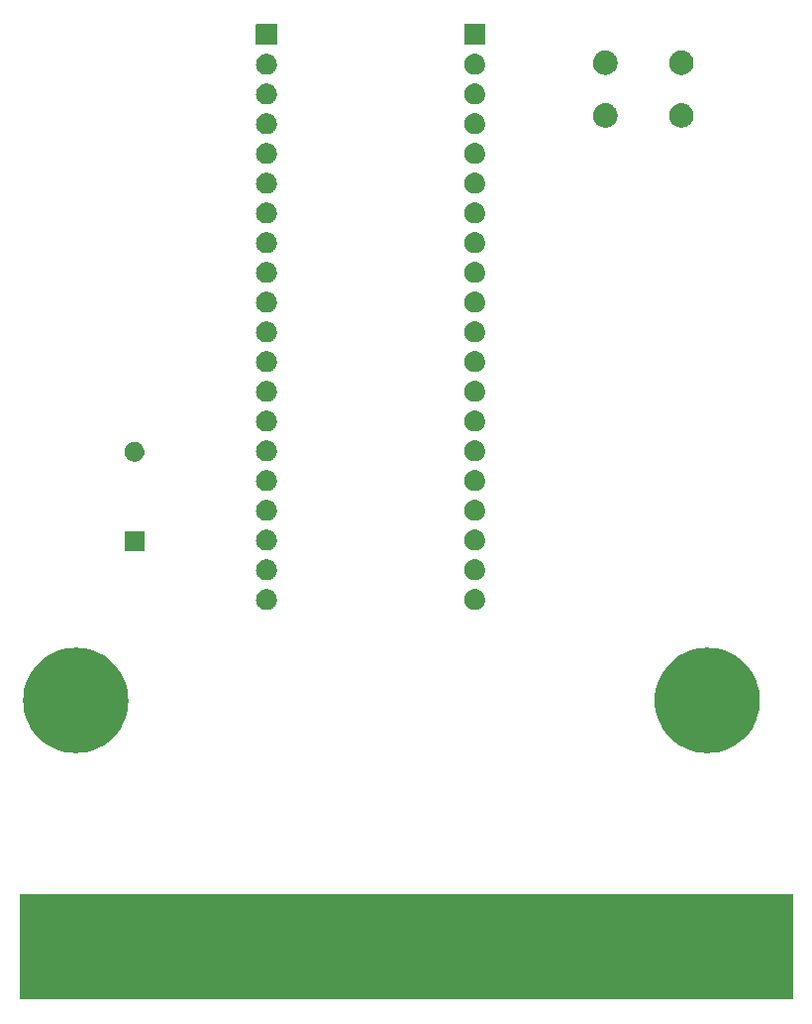
<source format=gbr>
%TF.GenerationSoftware,KiCad,Pcbnew,8.0.4*%
%TF.CreationDate,2024-09-11T17:50:29+02:00*%
%TF.ProjectId,PicoPAC,5069636f-5041-4432-9e6b-696361645f70,rev?*%
%TF.SameCoordinates,Original*%
%TF.FileFunction,Soldermask,Bot*%
%TF.FilePolarity,Negative*%
%FSLAX46Y46*%
G04 Gerber Fmt 4.6, Leading zero omitted, Abs format (unit mm)*
G04 Created by KiCad (PCBNEW 8.0.4) date 2024-09-11 17:50:29*
%MOMM*%
%LPD*%
G01*
G04 APERTURE LIST*
G04 APERTURE END LIST*
G36*
X88292301Y-129564237D02*
G01*
X88293821Y-129564612D01*
X88294361Y-129565090D01*
X88308891Y-129571109D01*
X88325000Y-129610000D01*
X88325000Y-138500000D01*
X88315760Y-138522307D01*
X88315387Y-138523821D01*
X88314910Y-138524359D01*
X88308891Y-138538891D01*
X88270000Y-138555000D01*
X88265329Y-138555000D01*
X22245178Y-138555000D01*
X22230000Y-138555000D01*
X22207694Y-138545760D01*
X22206178Y-138545387D01*
X22205638Y-138544909D01*
X22191109Y-138538891D01*
X22175000Y-138500000D01*
X22175000Y-129610000D01*
X22184236Y-129587699D01*
X22184612Y-129586178D01*
X22185091Y-129585636D01*
X22191109Y-129571109D01*
X22230000Y-129555000D01*
X88270000Y-129555000D01*
X88292301Y-129564237D01*
G37*
G36*
X27415208Y-108519196D02*
G01*
X27826873Y-108576621D01*
X28231483Y-108671785D01*
X28625587Y-108803875D01*
X29005823Y-108971765D01*
X29368945Y-109174023D01*
X29711856Y-109408922D01*
X30031630Y-109674460D01*
X30325540Y-109968370D01*
X30591078Y-110288144D01*
X30825977Y-110631055D01*
X31028235Y-110994177D01*
X31196125Y-111374413D01*
X31328215Y-111768517D01*
X31423379Y-112173127D01*
X31480804Y-112584792D01*
X31500000Y-113000000D01*
X31480804Y-113415208D01*
X31423379Y-113826873D01*
X31328215Y-114231483D01*
X31196125Y-114625587D01*
X31028235Y-115005823D01*
X30825977Y-115368945D01*
X30591078Y-115711856D01*
X30325540Y-116031630D01*
X30031630Y-116325540D01*
X29711856Y-116591078D01*
X29368945Y-116825977D01*
X29005823Y-117028235D01*
X28625587Y-117196125D01*
X28231483Y-117328215D01*
X27826873Y-117423379D01*
X27415208Y-117480804D01*
X27000000Y-117500000D01*
X26584792Y-117480804D01*
X26173127Y-117423379D01*
X25768517Y-117328215D01*
X25374413Y-117196125D01*
X24994177Y-117028235D01*
X24631055Y-116825977D01*
X24288144Y-116591078D01*
X23968370Y-116325540D01*
X23674460Y-116031630D01*
X23408922Y-115711856D01*
X23174023Y-115368945D01*
X22971765Y-115005823D01*
X22803875Y-114625587D01*
X22671785Y-114231483D01*
X22576621Y-113826873D01*
X22519196Y-113415208D01*
X22500000Y-113000000D01*
X22519196Y-112584792D01*
X22576621Y-112173127D01*
X22671785Y-111768517D01*
X22803875Y-111374413D01*
X22971765Y-110994177D01*
X23174023Y-110631055D01*
X23408922Y-110288144D01*
X23674460Y-109968370D01*
X23968370Y-109674460D01*
X24288144Y-109408922D01*
X24631055Y-109174023D01*
X24994177Y-108971765D01*
X25374413Y-108803875D01*
X25768517Y-108671785D01*
X26173127Y-108576621D01*
X26584792Y-108519196D01*
X27000000Y-108500000D01*
X27415208Y-108519196D01*
G37*
G36*
X81415208Y-108519196D02*
G01*
X81826873Y-108576621D01*
X82231483Y-108671785D01*
X82625587Y-108803875D01*
X83005823Y-108971765D01*
X83368945Y-109174023D01*
X83711856Y-109408922D01*
X84031630Y-109674460D01*
X84325540Y-109968370D01*
X84591078Y-110288144D01*
X84825977Y-110631055D01*
X85028235Y-110994177D01*
X85196125Y-111374413D01*
X85328215Y-111768517D01*
X85423379Y-112173127D01*
X85480804Y-112584792D01*
X85500000Y-113000000D01*
X85480804Y-113415208D01*
X85423379Y-113826873D01*
X85328215Y-114231483D01*
X85196125Y-114625587D01*
X85028235Y-115005823D01*
X84825977Y-115368945D01*
X84591078Y-115711856D01*
X84325540Y-116031630D01*
X84031630Y-116325540D01*
X83711856Y-116591078D01*
X83368945Y-116825977D01*
X83005823Y-117028235D01*
X82625587Y-117196125D01*
X82231483Y-117328215D01*
X81826873Y-117423379D01*
X81415208Y-117480804D01*
X81000000Y-117500000D01*
X80584792Y-117480804D01*
X80173127Y-117423379D01*
X79768517Y-117328215D01*
X79374413Y-117196125D01*
X78994177Y-117028235D01*
X78631055Y-116825977D01*
X78288144Y-116591078D01*
X77968370Y-116325540D01*
X77674460Y-116031630D01*
X77408922Y-115711856D01*
X77174023Y-115368945D01*
X76971765Y-115005823D01*
X76803875Y-114625587D01*
X76671785Y-114231483D01*
X76576621Y-113826873D01*
X76519196Y-113415208D01*
X76500000Y-113000000D01*
X76519196Y-112584792D01*
X76576621Y-112173127D01*
X76671785Y-111768517D01*
X76803875Y-111374413D01*
X76971765Y-110994177D01*
X77174023Y-110631055D01*
X77408922Y-110288144D01*
X77674460Y-109968370D01*
X77968370Y-109674460D01*
X78288144Y-109408922D01*
X78631055Y-109174023D01*
X78994177Y-108971765D01*
X79374413Y-108803875D01*
X79768517Y-108671785D01*
X80173127Y-108576621D01*
X80584792Y-108519196D01*
X81000000Y-108500000D01*
X81415208Y-108519196D01*
G37*
G36*
X43343973Y-103489135D02*
G01*
X43394159Y-103489135D01*
X43437496Y-103498346D01*
X43475616Y-103502101D01*
X43523506Y-103516628D01*
X43578363Y-103528288D01*
X43613463Y-103543915D01*
X43644492Y-103553328D01*
X43693803Y-103579685D01*
X43750400Y-103604884D01*
X43776713Y-103624002D01*
X43800120Y-103636513D01*
X43847860Y-103675693D01*
X43902753Y-103715575D01*
X43920578Y-103735372D01*
X43936533Y-103748466D01*
X43979410Y-103800711D01*
X44028763Y-103855523D01*
X44039129Y-103873477D01*
X44048486Y-103884879D01*
X44083105Y-103949647D01*
X44122922Y-104018612D01*
X44127501Y-104032706D01*
X44131671Y-104040507D01*
X44154656Y-104116281D01*
X44181115Y-104197713D01*
X44182046Y-104206576D01*
X44182898Y-104209383D01*
X44191184Y-104293518D01*
X44200800Y-104385000D01*
X44191183Y-104476489D01*
X44182898Y-104560616D01*
X44182046Y-104563422D01*
X44181115Y-104572287D01*
X44154651Y-104653732D01*
X44131671Y-104729492D01*
X44127502Y-104737290D01*
X44122922Y-104751388D01*
X44083098Y-104820365D01*
X44048486Y-104885120D01*
X44039131Y-104896518D01*
X44028763Y-104914477D01*
X43979401Y-104969298D01*
X43936533Y-105021533D01*
X43920582Y-105034623D01*
X43902753Y-105054425D01*
X43847850Y-105094314D01*
X43800120Y-105133486D01*
X43776719Y-105145994D01*
X43750400Y-105165116D01*
X43693792Y-105190319D01*
X43644492Y-105216671D01*
X43613470Y-105226081D01*
X43578363Y-105241712D01*
X43523495Y-105253374D01*
X43475616Y-105267898D01*
X43437505Y-105271651D01*
X43394159Y-105280865D01*
X43343962Y-105280865D01*
X43300000Y-105285195D01*
X43256037Y-105280865D01*
X43205841Y-105280865D01*
X43162495Y-105271651D01*
X43124383Y-105267898D01*
X43076501Y-105253373D01*
X43021637Y-105241712D01*
X42986531Y-105226082D01*
X42955507Y-105216671D01*
X42906202Y-105190316D01*
X42849600Y-105165116D01*
X42823283Y-105145996D01*
X42799879Y-105133486D01*
X42752141Y-105094308D01*
X42697247Y-105054425D01*
X42679420Y-105034626D01*
X42663466Y-105021533D01*
X42620587Y-104969285D01*
X42571237Y-104914477D01*
X42560871Y-104896522D01*
X42551513Y-104885120D01*
X42516888Y-104820341D01*
X42477078Y-104751388D01*
X42472499Y-104737295D01*
X42468328Y-104729492D01*
X42445332Y-104653686D01*
X42418885Y-104572287D01*
X42417953Y-104563427D01*
X42417101Y-104560616D01*
X42408800Y-104476338D01*
X42399200Y-104385000D01*
X42408799Y-104293669D01*
X42417101Y-104209383D01*
X42417953Y-104206571D01*
X42418885Y-104197713D01*
X42445328Y-104116327D01*
X42468328Y-104040507D01*
X42472499Y-104032701D01*
X42477078Y-104018612D01*
X42516881Y-103949670D01*
X42551513Y-103884879D01*
X42560873Y-103873473D01*
X42571237Y-103855523D01*
X42620577Y-103800724D01*
X42663466Y-103748466D01*
X42679424Y-103735369D01*
X42697247Y-103715575D01*
X42752130Y-103675699D01*
X42799879Y-103636513D01*
X42823288Y-103624000D01*
X42849600Y-103604884D01*
X42906190Y-103579688D01*
X42955507Y-103553328D01*
X42986538Y-103543914D01*
X43021637Y-103528288D01*
X43076490Y-103516628D01*
X43124383Y-103502101D01*
X43162504Y-103498346D01*
X43205841Y-103489135D01*
X43256027Y-103489135D01*
X43300000Y-103484804D01*
X43343973Y-103489135D01*
G37*
G36*
X61143973Y-103484135D02*
G01*
X61194159Y-103484135D01*
X61237496Y-103493346D01*
X61275616Y-103497101D01*
X61323506Y-103511628D01*
X61378363Y-103523288D01*
X61413463Y-103538915D01*
X61444492Y-103548328D01*
X61493803Y-103574685D01*
X61550400Y-103599884D01*
X61576713Y-103619002D01*
X61600120Y-103631513D01*
X61647860Y-103670693D01*
X61702753Y-103710575D01*
X61720578Y-103730372D01*
X61736533Y-103743466D01*
X61779410Y-103795711D01*
X61828763Y-103850523D01*
X61839129Y-103868477D01*
X61848486Y-103879879D01*
X61883105Y-103944647D01*
X61922922Y-104013612D01*
X61927501Y-104027706D01*
X61931671Y-104035507D01*
X61954656Y-104111281D01*
X61981115Y-104192713D01*
X61982046Y-104201576D01*
X61982898Y-104204383D01*
X61991184Y-104288518D01*
X62000800Y-104380000D01*
X61991183Y-104471489D01*
X61982898Y-104555616D01*
X61982046Y-104558422D01*
X61981115Y-104567287D01*
X61954651Y-104648732D01*
X61931671Y-104724492D01*
X61927502Y-104732290D01*
X61922922Y-104746388D01*
X61883098Y-104815365D01*
X61848486Y-104880120D01*
X61839131Y-104891518D01*
X61828763Y-104909477D01*
X61779401Y-104964298D01*
X61736533Y-105016533D01*
X61720582Y-105029623D01*
X61702753Y-105049425D01*
X61647850Y-105089314D01*
X61600120Y-105128486D01*
X61576719Y-105140994D01*
X61550400Y-105160116D01*
X61493792Y-105185319D01*
X61444492Y-105211671D01*
X61413470Y-105221081D01*
X61378363Y-105236712D01*
X61323495Y-105248374D01*
X61275616Y-105262898D01*
X61237505Y-105266651D01*
X61194159Y-105275865D01*
X61143962Y-105275865D01*
X61100000Y-105280195D01*
X61056037Y-105275865D01*
X61005841Y-105275865D01*
X60962495Y-105266651D01*
X60924383Y-105262898D01*
X60876501Y-105248373D01*
X60821637Y-105236712D01*
X60786531Y-105221082D01*
X60755507Y-105211671D01*
X60706202Y-105185316D01*
X60649600Y-105160116D01*
X60623283Y-105140996D01*
X60599879Y-105128486D01*
X60552141Y-105089308D01*
X60497247Y-105049425D01*
X60479420Y-105029626D01*
X60463466Y-105016533D01*
X60420587Y-104964285D01*
X60371237Y-104909477D01*
X60360871Y-104891522D01*
X60351513Y-104880120D01*
X60316888Y-104815341D01*
X60277078Y-104746388D01*
X60272499Y-104732295D01*
X60268328Y-104724492D01*
X60245332Y-104648686D01*
X60218885Y-104567287D01*
X60217953Y-104558427D01*
X60217101Y-104555616D01*
X60208800Y-104471338D01*
X60199200Y-104380000D01*
X60208799Y-104288669D01*
X60217101Y-104204383D01*
X60217953Y-104201571D01*
X60218885Y-104192713D01*
X60245328Y-104111327D01*
X60268328Y-104035507D01*
X60272499Y-104027701D01*
X60277078Y-104013612D01*
X60316881Y-103944670D01*
X60351513Y-103879879D01*
X60360873Y-103868473D01*
X60371237Y-103850523D01*
X60420577Y-103795724D01*
X60463466Y-103743466D01*
X60479424Y-103730369D01*
X60497247Y-103710575D01*
X60552130Y-103670699D01*
X60599879Y-103631513D01*
X60623288Y-103619000D01*
X60649600Y-103599884D01*
X60706190Y-103574688D01*
X60755507Y-103548328D01*
X60786538Y-103538914D01*
X60821637Y-103523288D01*
X60876490Y-103511628D01*
X60924383Y-103497101D01*
X60962504Y-103493346D01*
X61005841Y-103484135D01*
X61056027Y-103484135D01*
X61100000Y-103479804D01*
X61143973Y-103484135D01*
G37*
G36*
X43343973Y-100949135D02*
G01*
X43394159Y-100949135D01*
X43437496Y-100958346D01*
X43475616Y-100962101D01*
X43523506Y-100976628D01*
X43578363Y-100988288D01*
X43613463Y-101003915D01*
X43644492Y-101013328D01*
X43693803Y-101039685D01*
X43750400Y-101064884D01*
X43776713Y-101084002D01*
X43800120Y-101096513D01*
X43847860Y-101135693D01*
X43902753Y-101175575D01*
X43920578Y-101195372D01*
X43936533Y-101208466D01*
X43979410Y-101260711D01*
X44028763Y-101315523D01*
X44039129Y-101333477D01*
X44048486Y-101344879D01*
X44083105Y-101409647D01*
X44122922Y-101478612D01*
X44127501Y-101492706D01*
X44131671Y-101500507D01*
X44154656Y-101576281D01*
X44181115Y-101657713D01*
X44182046Y-101666576D01*
X44182898Y-101669383D01*
X44191184Y-101753518D01*
X44200800Y-101845000D01*
X44191183Y-101936489D01*
X44182898Y-102020616D01*
X44182046Y-102023422D01*
X44181115Y-102032287D01*
X44154651Y-102113732D01*
X44131671Y-102189492D01*
X44127502Y-102197290D01*
X44122922Y-102211388D01*
X44083098Y-102280365D01*
X44048486Y-102345120D01*
X44039131Y-102356518D01*
X44028763Y-102374477D01*
X43979401Y-102429298D01*
X43936533Y-102481533D01*
X43920582Y-102494623D01*
X43902753Y-102514425D01*
X43847850Y-102554314D01*
X43800120Y-102593486D01*
X43776719Y-102605994D01*
X43750400Y-102625116D01*
X43693792Y-102650319D01*
X43644492Y-102676671D01*
X43613470Y-102686081D01*
X43578363Y-102701712D01*
X43523495Y-102713374D01*
X43475616Y-102727898D01*
X43437505Y-102731651D01*
X43394159Y-102740865D01*
X43343962Y-102740865D01*
X43300000Y-102745195D01*
X43256037Y-102740865D01*
X43205841Y-102740865D01*
X43162495Y-102731651D01*
X43124383Y-102727898D01*
X43076501Y-102713373D01*
X43021637Y-102701712D01*
X42986531Y-102686082D01*
X42955507Y-102676671D01*
X42906202Y-102650316D01*
X42849600Y-102625116D01*
X42823283Y-102605996D01*
X42799879Y-102593486D01*
X42752141Y-102554308D01*
X42697247Y-102514425D01*
X42679420Y-102494626D01*
X42663466Y-102481533D01*
X42620587Y-102429285D01*
X42571237Y-102374477D01*
X42560871Y-102356522D01*
X42551513Y-102345120D01*
X42516888Y-102280341D01*
X42477078Y-102211388D01*
X42472499Y-102197295D01*
X42468328Y-102189492D01*
X42445332Y-102113686D01*
X42418885Y-102032287D01*
X42417953Y-102023427D01*
X42417101Y-102020616D01*
X42408800Y-101936338D01*
X42399200Y-101845000D01*
X42408799Y-101753669D01*
X42417101Y-101669383D01*
X42417953Y-101666571D01*
X42418885Y-101657713D01*
X42445328Y-101576327D01*
X42468328Y-101500507D01*
X42472499Y-101492701D01*
X42477078Y-101478612D01*
X42516881Y-101409670D01*
X42551513Y-101344879D01*
X42560873Y-101333473D01*
X42571237Y-101315523D01*
X42620577Y-101260724D01*
X42663466Y-101208466D01*
X42679424Y-101195369D01*
X42697247Y-101175575D01*
X42752130Y-101135699D01*
X42799879Y-101096513D01*
X42823288Y-101084000D01*
X42849600Y-101064884D01*
X42906190Y-101039688D01*
X42955507Y-101013328D01*
X42986538Y-101003914D01*
X43021637Y-100988288D01*
X43076490Y-100976628D01*
X43124383Y-100962101D01*
X43162504Y-100958346D01*
X43205841Y-100949135D01*
X43256027Y-100949135D01*
X43300000Y-100944804D01*
X43343973Y-100949135D01*
G37*
G36*
X61143973Y-100944135D02*
G01*
X61194159Y-100944135D01*
X61237496Y-100953346D01*
X61275616Y-100957101D01*
X61323506Y-100971628D01*
X61378363Y-100983288D01*
X61413463Y-100998915D01*
X61444492Y-101008328D01*
X61493803Y-101034685D01*
X61550400Y-101059884D01*
X61576713Y-101079002D01*
X61600120Y-101091513D01*
X61647860Y-101130693D01*
X61702753Y-101170575D01*
X61720578Y-101190372D01*
X61736533Y-101203466D01*
X61779410Y-101255711D01*
X61828763Y-101310523D01*
X61839129Y-101328477D01*
X61848486Y-101339879D01*
X61883105Y-101404647D01*
X61922922Y-101473612D01*
X61927501Y-101487706D01*
X61931671Y-101495507D01*
X61954656Y-101571281D01*
X61981115Y-101652713D01*
X61982046Y-101661576D01*
X61982898Y-101664383D01*
X61991184Y-101748518D01*
X62000800Y-101840000D01*
X61991183Y-101931489D01*
X61982898Y-102015616D01*
X61982046Y-102018422D01*
X61981115Y-102027287D01*
X61954651Y-102108732D01*
X61931671Y-102184492D01*
X61927502Y-102192290D01*
X61922922Y-102206388D01*
X61883098Y-102275365D01*
X61848486Y-102340120D01*
X61839131Y-102351518D01*
X61828763Y-102369477D01*
X61779401Y-102424298D01*
X61736533Y-102476533D01*
X61720582Y-102489623D01*
X61702753Y-102509425D01*
X61647850Y-102549314D01*
X61600120Y-102588486D01*
X61576719Y-102600994D01*
X61550400Y-102620116D01*
X61493792Y-102645319D01*
X61444492Y-102671671D01*
X61413470Y-102681081D01*
X61378363Y-102696712D01*
X61323495Y-102708374D01*
X61275616Y-102722898D01*
X61237505Y-102726651D01*
X61194159Y-102735865D01*
X61143962Y-102735865D01*
X61100000Y-102740195D01*
X61056037Y-102735865D01*
X61005841Y-102735865D01*
X60962495Y-102726651D01*
X60924383Y-102722898D01*
X60876501Y-102708373D01*
X60821637Y-102696712D01*
X60786531Y-102681082D01*
X60755507Y-102671671D01*
X60706202Y-102645316D01*
X60649600Y-102620116D01*
X60623283Y-102600996D01*
X60599879Y-102588486D01*
X60552141Y-102549308D01*
X60497247Y-102509425D01*
X60479420Y-102489626D01*
X60463466Y-102476533D01*
X60420587Y-102424285D01*
X60371237Y-102369477D01*
X60360871Y-102351522D01*
X60351513Y-102340120D01*
X60316888Y-102275341D01*
X60277078Y-102206388D01*
X60272499Y-102192295D01*
X60268328Y-102184492D01*
X60245332Y-102108686D01*
X60218885Y-102027287D01*
X60217953Y-102018427D01*
X60217101Y-102015616D01*
X60208800Y-101931338D01*
X60199200Y-101840000D01*
X60208799Y-101748669D01*
X60217101Y-101664383D01*
X60217953Y-101661571D01*
X60218885Y-101652713D01*
X60245328Y-101571327D01*
X60268328Y-101495507D01*
X60272499Y-101487701D01*
X60277078Y-101473612D01*
X60316881Y-101404670D01*
X60351513Y-101339879D01*
X60360873Y-101328473D01*
X60371237Y-101310523D01*
X60420577Y-101255724D01*
X60463466Y-101203466D01*
X60479424Y-101190369D01*
X60497247Y-101170575D01*
X60552130Y-101130699D01*
X60599879Y-101091513D01*
X60623288Y-101079000D01*
X60649600Y-101059884D01*
X60706190Y-101034688D01*
X60755507Y-101008328D01*
X60786538Y-100998914D01*
X60821637Y-100983288D01*
X60876490Y-100971628D01*
X60924383Y-100957101D01*
X60962504Y-100953346D01*
X61005841Y-100944135D01*
X61056027Y-100944135D01*
X61100000Y-100939804D01*
X61143973Y-100944135D01*
G37*
G36*
X32834440Y-98528067D02*
G01*
X32850921Y-98539079D01*
X32861933Y-98555560D01*
X32865800Y-98575000D01*
X32865800Y-100175000D01*
X32861933Y-100194440D01*
X32850921Y-100210921D01*
X32834440Y-100221933D01*
X32815000Y-100225800D01*
X31215000Y-100225800D01*
X31195560Y-100221933D01*
X31179079Y-100210921D01*
X31168067Y-100194440D01*
X31164200Y-100175000D01*
X31164200Y-98575000D01*
X31168067Y-98555560D01*
X31179079Y-98539079D01*
X31195560Y-98528067D01*
X31215000Y-98524200D01*
X32815000Y-98524200D01*
X32834440Y-98528067D01*
G37*
G36*
X43343973Y-98409135D02*
G01*
X43394159Y-98409135D01*
X43437496Y-98418346D01*
X43475616Y-98422101D01*
X43523506Y-98436628D01*
X43578363Y-98448288D01*
X43613463Y-98463915D01*
X43644492Y-98473328D01*
X43693803Y-98499685D01*
X43750400Y-98524884D01*
X43776713Y-98544002D01*
X43800120Y-98556513D01*
X43847860Y-98595693D01*
X43902753Y-98635575D01*
X43920578Y-98655372D01*
X43936533Y-98668466D01*
X43979410Y-98720711D01*
X44028763Y-98775523D01*
X44039129Y-98793477D01*
X44048486Y-98804879D01*
X44083105Y-98869647D01*
X44122922Y-98938612D01*
X44127501Y-98952706D01*
X44131671Y-98960507D01*
X44154656Y-99036281D01*
X44181115Y-99117713D01*
X44182046Y-99126576D01*
X44182898Y-99129383D01*
X44191184Y-99213518D01*
X44200800Y-99305000D01*
X44191183Y-99396489D01*
X44182898Y-99480616D01*
X44182046Y-99483422D01*
X44181115Y-99492287D01*
X44154651Y-99573732D01*
X44131671Y-99649492D01*
X44127502Y-99657290D01*
X44122922Y-99671388D01*
X44083098Y-99740365D01*
X44048486Y-99805120D01*
X44039131Y-99816518D01*
X44028763Y-99834477D01*
X43979401Y-99889298D01*
X43936533Y-99941533D01*
X43920582Y-99954623D01*
X43902753Y-99974425D01*
X43847850Y-100014314D01*
X43800120Y-100053486D01*
X43776719Y-100065994D01*
X43750400Y-100085116D01*
X43693792Y-100110319D01*
X43644492Y-100136671D01*
X43613470Y-100146081D01*
X43578363Y-100161712D01*
X43523495Y-100173374D01*
X43475616Y-100187898D01*
X43437505Y-100191651D01*
X43394159Y-100200865D01*
X43343962Y-100200865D01*
X43300000Y-100205195D01*
X43256037Y-100200865D01*
X43205841Y-100200865D01*
X43162495Y-100191651D01*
X43124383Y-100187898D01*
X43076501Y-100173373D01*
X43021637Y-100161712D01*
X42986531Y-100146082D01*
X42955507Y-100136671D01*
X42906202Y-100110316D01*
X42849600Y-100085116D01*
X42823283Y-100065996D01*
X42799879Y-100053486D01*
X42752141Y-100014308D01*
X42697247Y-99974425D01*
X42679420Y-99954626D01*
X42663466Y-99941533D01*
X42620587Y-99889285D01*
X42571237Y-99834477D01*
X42560871Y-99816522D01*
X42551513Y-99805120D01*
X42516888Y-99740341D01*
X42477078Y-99671388D01*
X42472499Y-99657295D01*
X42468328Y-99649492D01*
X42445332Y-99573686D01*
X42418885Y-99492287D01*
X42417953Y-99483427D01*
X42417101Y-99480616D01*
X42408800Y-99396338D01*
X42399200Y-99305000D01*
X42408799Y-99213669D01*
X42417101Y-99129383D01*
X42417953Y-99126571D01*
X42418885Y-99117713D01*
X42445328Y-99036327D01*
X42468328Y-98960507D01*
X42472499Y-98952701D01*
X42477078Y-98938612D01*
X42516881Y-98869670D01*
X42551513Y-98804879D01*
X42560873Y-98793473D01*
X42571237Y-98775523D01*
X42620577Y-98720724D01*
X42663466Y-98668466D01*
X42679424Y-98655369D01*
X42697247Y-98635575D01*
X42752130Y-98595699D01*
X42799879Y-98556513D01*
X42823288Y-98544000D01*
X42849600Y-98524884D01*
X42906190Y-98499688D01*
X42955507Y-98473328D01*
X42986538Y-98463914D01*
X43021637Y-98448288D01*
X43076490Y-98436628D01*
X43124383Y-98422101D01*
X43162504Y-98418346D01*
X43205841Y-98409135D01*
X43256027Y-98409135D01*
X43300000Y-98404804D01*
X43343973Y-98409135D01*
G37*
G36*
X61143973Y-98404135D02*
G01*
X61194159Y-98404135D01*
X61237496Y-98413346D01*
X61275616Y-98417101D01*
X61323506Y-98431628D01*
X61378363Y-98443288D01*
X61413463Y-98458915D01*
X61444492Y-98468328D01*
X61493803Y-98494685D01*
X61550400Y-98519884D01*
X61576713Y-98539002D01*
X61600120Y-98551513D01*
X61647860Y-98590693D01*
X61702753Y-98630575D01*
X61720578Y-98650372D01*
X61736533Y-98663466D01*
X61779410Y-98715711D01*
X61828763Y-98770523D01*
X61839129Y-98788477D01*
X61848486Y-98799879D01*
X61883105Y-98864647D01*
X61922922Y-98933612D01*
X61927501Y-98947706D01*
X61931671Y-98955507D01*
X61954656Y-99031281D01*
X61981115Y-99112713D01*
X61982046Y-99121576D01*
X61982898Y-99124383D01*
X61991184Y-99208518D01*
X62000800Y-99300000D01*
X61991183Y-99391489D01*
X61982898Y-99475616D01*
X61982046Y-99478422D01*
X61981115Y-99487287D01*
X61954651Y-99568732D01*
X61931671Y-99644492D01*
X61927502Y-99652290D01*
X61922922Y-99666388D01*
X61883098Y-99735365D01*
X61848486Y-99800120D01*
X61839131Y-99811518D01*
X61828763Y-99829477D01*
X61779401Y-99884298D01*
X61736533Y-99936533D01*
X61720582Y-99949623D01*
X61702753Y-99969425D01*
X61647850Y-100009314D01*
X61600120Y-100048486D01*
X61576719Y-100060994D01*
X61550400Y-100080116D01*
X61493792Y-100105319D01*
X61444492Y-100131671D01*
X61413470Y-100141081D01*
X61378363Y-100156712D01*
X61323495Y-100168374D01*
X61275616Y-100182898D01*
X61237505Y-100186651D01*
X61194159Y-100195865D01*
X61143962Y-100195865D01*
X61100000Y-100200195D01*
X61056037Y-100195865D01*
X61005841Y-100195865D01*
X60962495Y-100186651D01*
X60924383Y-100182898D01*
X60876501Y-100168373D01*
X60821637Y-100156712D01*
X60786531Y-100141082D01*
X60755507Y-100131671D01*
X60706202Y-100105316D01*
X60649600Y-100080116D01*
X60623283Y-100060996D01*
X60599879Y-100048486D01*
X60552141Y-100009308D01*
X60497247Y-99969425D01*
X60479420Y-99949626D01*
X60463466Y-99936533D01*
X60420587Y-99884285D01*
X60371237Y-99829477D01*
X60360871Y-99811522D01*
X60351513Y-99800120D01*
X60316888Y-99735341D01*
X60277078Y-99666388D01*
X60272499Y-99652295D01*
X60268328Y-99644492D01*
X60245332Y-99568686D01*
X60218885Y-99487287D01*
X60217953Y-99478427D01*
X60217101Y-99475616D01*
X60208800Y-99391338D01*
X60199200Y-99300000D01*
X60208799Y-99208669D01*
X60217101Y-99124383D01*
X60217953Y-99121571D01*
X60218885Y-99112713D01*
X60245328Y-99031327D01*
X60268328Y-98955507D01*
X60272499Y-98947701D01*
X60277078Y-98933612D01*
X60316881Y-98864670D01*
X60351513Y-98799879D01*
X60360873Y-98788473D01*
X60371237Y-98770523D01*
X60420577Y-98715724D01*
X60463466Y-98663466D01*
X60479424Y-98650369D01*
X60497247Y-98630575D01*
X60552130Y-98590699D01*
X60599879Y-98551513D01*
X60623288Y-98539000D01*
X60649600Y-98519884D01*
X60706190Y-98494688D01*
X60755507Y-98468328D01*
X60786538Y-98458914D01*
X60821637Y-98443288D01*
X60876490Y-98431628D01*
X60924383Y-98417101D01*
X60962504Y-98413346D01*
X61005841Y-98404135D01*
X61056027Y-98404135D01*
X61100000Y-98399804D01*
X61143973Y-98404135D01*
G37*
G36*
X43343973Y-95869135D02*
G01*
X43394159Y-95869135D01*
X43437496Y-95878346D01*
X43475616Y-95882101D01*
X43523506Y-95896628D01*
X43578363Y-95908288D01*
X43613463Y-95923915D01*
X43644492Y-95933328D01*
X43693803Y-95959685D01*
X43750400Y-95984884D01*
X43776713Y-96004002D01*
X43800120Y-96016513D01*
X43847860Y-96055693D01*
X43902753Y-96095575D01*
X43920578Y-96115372D01*
X43936533Y-96128466D01*
X43979410Y-96180711D01*
X44028763Y-96235523D01*
X44039129Y-96253477D01*
X44048486Y-96264879D01*
X44083105Y-96329647D01*
X44122922Y-96398612D01*
X44127501Y-96412706D01*
X44131671Y-96420507D01*
X44154656Y-96496281D01*
X44181115Y-96577713D01*
X44182046Y-96586576D01*
X44182898Y-96589383D01*
X44191184Y-96673518D01*
X44200800Y-96765000D01*
X44191183Y-96856489D01*
X44182898Y-96940616D01*
X44182046Y-96943422D01*
X44181115Y-96952287D01*
X44154651Y-97033732D01*
X44131671Y-97109492D01*
X44127502Y-97117290D01*
X44122922Y-97131388D01*
X44083098Y-97200365D01*
X44048486Y-97265120D01*
X44039131Y-97276518D01*
X44028763Y-97294477D01*
X43979401Y-97349298D01*
X43936533Y-97401533D01*
X43920582Y-97414623D01*
X43902753Y-97434425D01*
X43847850Y-97474314D01*
X43800120Y-97513486D01*
X43776719Y-97525994D01*
X43750400Y-97545116D01*
X43693792Y-97570319D01*
X43644492Y-97596671D01*
X43613470Y-97606081D01*
X43578363Y-97621712D01*
X43523495Y-97633374D01*
X43475616Y-97647898D01*
X43437505Y-97651651D01*
X43394159Y-97660865D01*
X43343962Y-97660865D01*
X43300000Y-97665195D01*
X43256037Y-97660865D01*
X43205841Y-97660865D01*
X43162495Y-97651651D01*
X43124383Y-97647898D01*
X43076501Y-97633373D01*
X43021637Y-97621712D01*
X42986531Y-97606082D01*
X42955507Y-97596671D01*
X42906202Y-97570316D01*
X42849600Y-97545116D01*
X42823283Y-97525996D01*
X42799879Y-97513486D01*
X42752141Y-97474308D01*
X42697247Y-97434425D01*
X42679420Y-97414626D01*
X42663466Y-97401533D01*
X42620587Y-97349285D01*
X42571237Y-97294477D01*
X42560871Y-97276522D01*
X42551513Y-97265120D01*
X42516888Y-97200341D01*
X42477078Y-97131388D01*
X42472499Y-97117295D01*
X42468328Y-97109492D01*
X42445332Y-97033686D01*
X42418885Y-96952287D01*
X42417953Y-96943427D01*
X42417101Y-96940616D01*
X42408800Y-96856338D01*
X42399200Y-96765000D01*
X42408799Y-96673669D01*
X42417101Y-96589383D01*
X42417953Y-96586571D01*
X42418885Y-96577713D01*
X42445328Y-96496327D01*
X42468328Y-96420507D01*
X42472499Y-96412701D01*
X42477078Y-96398612D01*
X42516881Y-96329670D01*
X42551513Y-96264879D01*
X42560873Y-96253473D01*
X42571237Y-96235523D01*
X42620577Y-96180724D01*
X42663466Y-96128466D01*
X42679424Y-96115369D01*
X42697247Y-96095575D01*
X42752130Y-96055699D01*
X42799879Y-96016513D01*
X42823288Y-96004000D01*
X42849600Y-95984884D01*
X42906190Y-95959688D01*
X42955507Y-95933328D01*
X42986538Y-95923914D01*
X43021637Y-95908288D01*
X43076490Y-95896628D01*
X43124383Y-95882101D01*
X43162504Y-95878346D01*
X43205841Y-95869135D01*
X43256027Y-95869135D01*
X43300000Y-95864804D01*
X43343973Y-95869135D01*
G37*
G36*
X61143973Y-95864135D02*
G01*
X61194159Y-95864135D01*
X61237496Y-95873346D01*
X61275616Y-95877101D01*
X61323506Y-95891628D01*
X61378363Y-95903288D01*
X61413463Y-95918915D01*
X61444492Y-95928328D01*
X61493803Y-95954685D01*
X61550400Y-95979884D01*
X61576713Y-95999002D01*
X61600120Y-96011513D01*
X61647860Y-96050693D01*
X61702753Y-96090575D01*
X61720578Y-96110372D01*
X61736533Y-96123466D01*
X61779410Y-96175711D01*
X61828763Y-96230523D01*
X61839129Y-96248477D01*
X61848486Y-96259879D01*
X61883105Y-96324647D01*
X61922922Y-96393612D01*
X61927501Y-96407706D01*
X61931671Y-96415507D01*
X61954656Y-96491281D01*
X61981115Y-96572713D01*
X61982046Y-96581576D01*
X61982898Y-96584383D01*
X61991184Y-96668518D01*
X62000800Y-96760000D01*
X61991183Y-96851489D01*
X61982898Y-96935616D01*
X61982046Y-96938422D01*
X61981115Y-96947287D01*
X61954651Y-97028732D01*
X61931671Y-97104492D01*
X61927502Y-97112290D01*
X61922922Y-97126388D01*
X61883098Y-97195365D01*
X61848486Y-97260120D01*
X61839131Y-97271518D01*
X61828763Y-97289477D01*
X61779401Y-97344298D01*
X61736533Y-97396533D01*
X61720582Y-97409623D01*
X61702753Y-97429425D01*
X61647850Y-97469314D01*
X61600120Y-97508486D01*
X61576719Y-97520994D01*
X61550400Y-97540116D01*
X61493792Y-97565319D01*
X61444492Y-97591671D01*
X61413470Y-97601081D01*
X61378363Y-97616712D01*
X61323495Y-97628374D01*
X61275616Y-97642898D01*
X61237505Y-97646651D01*
X61194159Y-97655865D01*
X61143962Y-97655865D01*
X61100000Y-97660195D01*
X61056037Y-97655865D01*
X61005841Y-97655865D01*
X60962495Y-97646651D01*
X60924383Y-97642898D01*
X60876501Y-97628373D01*
X60821637Y-97616712D01*
X60786531Y-97601082D01*
X60755507Y-97591671D01*
X60706202Y-97565316D01*
X60649600Y-97540116D01*
X60623283Y-97520996D01*
X60599879Y-97508486D01*
X60552141Y-97469308D01*
X60497247Y-97429425D01*
X60479420Y-97409626D01*
X60463466Y-97396533D01*
X60420587Y-97344285D01*
X60371237Y-97289477D01*
X60360871Y-97271522D01*
X60351513Y-97260120D01*
X60316888Y-97195341D01*
X60277078Y-97126388D01*
X60272499Y-97112295D01*
X60268328Y-97104492D01*
X60245332Y-97028686D01*
X60218885Y-96947287D01*
X60217953Y-96938427D01*
X60217101Y-96935616D01*
X60208800Y-96851338D01*
X60199200Y-96760000D01*
X60208799Y-96668669D01*
X60217101Y-96584383D01*
X60217953Y-96581571D01*
X60218885Y-96572713D01*
X60245328Y-96491327D01*
X60268328Y-96415507D01*
X60272499Y-96407701D01*
X60277078Y-96393612D01*
X60316881Y-96324670D01*
X60351513Y-96259879D01*
X60360873Y-96248473D01*
X60371237Y-96230523D01*
X60420577Y-96175724D01*
X60463466Y-96123466D01*
X60479424Y-96110369D01*
X60497247Y-96090575D01*
X60552130Y-96050699D01*
X60599879Y-96011513D01*
X60623288Y-95999000D01*
X60649600Y-95979884D01*
X60706190Y-95954688D01*
X60755507Y-95928328D01*
X60786538Y-95918914D01*
X60821637Y-95903288D01*
X60876490Y-95891628D01*
X60924383Y-95877101D01*
X60962504Y-95873346D01*
X61005841Y-95864135D01*
X61056027Y-95864135D01*
X61100000Y-95859804D01*
X61143973Y-95864135D01*
G37*
G36*
X43343973Y-93329135D02*
G01*
X43394159Y-93329135D01*
X43437496Y-93338346D01*
X43475616Y-93342101D01*
X43523506Y-93356628D01*
X43578363Y-93368288D01*
X43613463Y-93383915D01*
X43644492Y-93393328D01*
X43693803Y-93419685D01*
X43750400Y-93444884D01*
X43776713Y-93464002D01*
X43800120Y-93476513D01*
X43847860Y-93515693D01*
X43902753Y-93555575D01*
X43920578Y-93575372D01*
X43936533Y-93588466D01*
X43979410Y-93640711D01*
X44028763Y-93695523D01*
X44039129Y-93713477D01*
X44048486Y-93724879D01*
X44083105Y-93789647D01*
X44122922Y-93858612D01*
X44127501Y-93872706D01*
X44131671Y-93880507D01*
X44154656Y-93956281D01*
X44181115Y-94037713D01*
X44182046Y-94046576D01*
X44182898Y-94049383D01*
X44191184Y-94133518D01*
X44200800Y-94225000D01*
X44191183Y-94316489D01*
X44182898Y-94400616D01*
X44182046Y-94403422D01*
X44181115Y-94412287D01*
X44154651Y-94493732D01*
X44131671Y-94569492D01*
X44127502Y-94577290D01*
X44122922Y-94591388D01*
X44083098Y-94660365D01*
X44048486Y-94725120D01*
X44039131Y-94736518D01*
X44028763Y-94754477D01*
X43979401Y-94809298D01*
X43936533Y-94861533D01*
X43920582Y-94874623D01*
X43902753Y-94894425D01*
X43847850Y-94934314D01*
X43800120Y-94973486D01*
X43776719Y-94985994D01*
X43750400Y-95005116D01*
X43693792Y-95030319D01*
X43644492Y-95056671D01*
X43613470Y-95066081D01*
X43578363Y-95081712D01*
X43523495Y-95093374D01*
X43475616Y-95107898D01*
X43437505Y-95111651D01*
X43394159Y-95120865D01*
X43343962Y-95120865D01*
X43300000Y-95125195D01*
X43256037Y-95120865D01*
X43205841Y-95120865D01*
X43162495Y-95111651D01*
X43124383Y-95107898D01*
X43076501Y-95093373D01*
X43021637Y-95081712D01*
X42986531Y-95066082D01*
X42955507Y-95056671D01*
X42906202Y-95030316D01*
X42849600Y-95005116D01*
X42823283Y-94985996D01*
X42799879Y-94973486D01*
X42752141Y-94934308D01*
X42697247Y-94894425D01*
X42679420Y-94874626D01*
X42663466Y-94861533D01*
X42620587Y-94809285D01*
X42571237Y-94754477D01*
X42560871Y-94736522D01*
X42551513Y-94725120D01*
X42516888Y-94660341D01*
X42477078Y-94591388D01*
X42472499Y-94577295D01*
X42468328Y-94569492D01*
X42445332Y-94493686D01*
X42418885Y-94412287D01*
X42417953Y-94403427D01*
X42417101Y-94400616D01*
X42408800Y-94316338D01*
X42399200Y-94225000D01*
X42408799Y-94133669D01*
X42417101Y-94049383D01*
X42417953Y-94046571D01*
X42418885Y-94037713D01*
X42445328Y-93956327D01*
X42468328Y-93880507D01*
X42472499Y-93872701D01*
X42477078Y-93858612D01*
X42516881Y-93789670D01*
X42551513Y-93724879D01*
X42560873Y-93713473D01*
X42571237Y-93695523D01*
X42620577Y-93640724D01*
X42663466Y-93588466D01*
X42679424Y-93575369D01*
X42697247Y-93555575D01*
X42752130Y-93515699D01*
X42799879Y-93476513D01*
X42823288Y-93464000D01*
X42849600Y-93444884D01*
X42906190Y-93419688D01*
X42955507Y-93393328D01*
X42986538Y-93383914D01*
X43021637Y-93368288D01*
X43076490Y-93356628D01*
X43124383Y-93342101D01*
X43162504Y-93338346D01*
X43205841Y-93329135D01*
X43256027Y-93329135D01*
X43300000Y-93324804D01*
X43343973Y-93329135D01*
G37*
G36*
X61143973Y-93324135D02*
G01*
X61194159Y-93324135D01*
X61237496Y-93333346D01*
X61275616Y-93337101D01*
X61323506Y-93351628D01*
X61378363Y-93363288D01*
X61413463Y-93378915D01*
X61444492Y-93388328D01*
X61493803Y-93414685D01*
X61550400Y-93439884D01*
X61576713Y-93459002D01*
X61600120Y-93471513D01*
X61647860Y-93510693D01*
X61702753Y-93550575D01*
X61720578Y-93570372D01*
X61736533Y-93583466D01*
X61779410Y-93635711D01*
X61828763Y-93690523D01*
X61839129Y-93708477D01*
X61848486Y-93719879D01*
X61883105Y-93784647D01*
X61922922Y-93853612D01*
X61927501Y-93867706D01*
X61931671Y-93875507D01*
X61954656Y-93951281D01*
X61981115Y-94032713D01*
X61982046Y-94041576D01*
X61982898Y-94044383D01*
X61991184Y-94128518D01*
X62000800Y-94220000D01*
X61991183Y-94311489D01*
X61982898Y-94395616D01*
X61982046Y-94398422D01*
X61981115Y-94407287D01*
X61954651Y-94488732D01*
X61931671Y-94564492D01*
X61927502Y-94572290D01*
X61922922Y-94586388D01*
X61883098Y-94655365D01*
X61848486Y-94720120D01*
X61839131Y-94731518D01*
X61828763Y-94749477D01*
X61779401Y-94804298D01*
X61736533Y-94856533D01*
X61720582Y-94869623D01*
X61702753Y-94889425D01*
X61647850Y-94929314D01*
X61600120Y-94968486D01*
X61576719Y-94980994D01*
X61550400Y-95000116D01*
X61493792Y-95025319D01*
X61444492Y-95051671D01*
X61413470Y-95061081D01*
X61378363Y-95076712D01*
X61323495Y-95088374D01*
X61275616Y-95102898D01*
X61237505Y-95106651D01*
X61194159Y-95115865D01*
X61143962Y-95115865D01*
X61100000Y-95120195D01*
X61056037Y-95115865D01*
X61005841Y-95115865D01*
X60962495Y-95106651D01*
X60924383Y-95102898D01*
X60876501Y-95088373D01*
X60821637Y-95076712D01*
X60786531Y-95061082D01*
X60755507Y-95051671D01*
X60706202Y-95025316D01*
X60649600Y-95000116D01*
X60623283Y-94980996D01*
X60599879Y-94968486D01*
X60552141Y-94929308D01*
X60497247Y-94889425D01*
X60479420Y-94869626D01*
X60463466Y-94856533D01*
X60420587Y-94804285D01*
X60371237Y-94749477D01*
X60360871Y-94731522D01*
X60351513Y-94720120D01*
X60316888Y-94655341D01*
X60277078Y-94586388D01*
X60272499Y-94572295D01*
X60268328Y-94564492D01*
X60245332Y-94488686D01*
X60218885Y-94407287D01*
X60217953Y-94398427D01*
X60217101Y-94395616D01*
X60208800Y-94311338D01*
X60199200Y-94220000D01*
X60208799Y-94128669D01*
X60217101Y-94044383D01*
X60217953Y-94041571D01*
X60218885Y-94032713D01*
X60245328Y-93951327D01*
X60268328Y-93875507D01*
X60272499Y-93867701D01*
X60277078Y-93853612D01*
X60316881Y-93784670D01*
X60351513Y-93719879D01*
X60360873Y-93708473D01*
X60371237Y-93690523D01*
X60420577Y-93635724D01*
X60463466Y-93583466D01*
X60479424Y-93570369D01*
X60497247Y-93550575D01*
X60552130Y-93510699D01*
X60599879Y-93471513D01*
X60623288Y-93459000D01*
X60649600Y-93439884D01*
X60706190Y-93414688D01*
X60755507Y-93388328D01*
X60786538Y-93378914D01*
X60821637Y-93363288D01*
X60876490Y-93351628D01*
X60924383Y-93337101D01*
X60962504Y-93333346D01*
X61005841Y-93324135D01*
X61056027Y-93324135D01*
X61100000Y-93319804D01*
X61143973Y-93324135D01*
G37*
G36*
X32056189Y-90908861D02*
G01*
X32103933Y-90908861D01*
X32145164Y-90917624D01*
X32180862Y-90921141D01*
X32225708Y-90934745D01*
X32277912Y-90945841D01*
X32311314Y-90960712D01*
X32340358Y-90969523D01*
X32386515Y-90994194D01*
X32440400Y-91018186D01*
X32465453Y-91036388D01*
X32487338Y-91048086D01*
X32531981Y-91084723D01*
X32584296Y-91122732D01*
X32601280Y-91141595D01*
X32616178Y-91153821D01*
X32656205Y-91202594D01*
X32703312Y-91254912D01*
X32713210Y-91272056D01*
X32721913Y-91282661D01*
X32754113Y-91342903D01*
X32792244Y-91408948D01*
X32796629Y-91422444D01*
X32800476Y-91429641D01*
X32821680Y-91499545D01*
X32847208Y-91578109D01*
X32848106Y-91586660D01*
X32848858Y-91589137D01*
X32856176Y-91663434D01*
X32865800Y-91755000D01*
X32856175Y-91846573D01*
X32848858Y-91920862D01*
X32848106Y-91923337D01*
X32847208Y-91931891D01*
X32821676Y-92010468D01*
X32800476Y-92080358D01*
X32796630Y-92087553D01*
X32792244Y-92101052D01*
X32754106Y-92167108D01*
X32721913Y-92227338D01*
X32713212Y-92237939D01*
X32703312Y-92255088D01*
X32656195Y-92307415D01*
X32616178Y-92356178D01*
X32601283Y-92368401D01*
X32584296Y-92387268D01*
X32531970Y-92425284D01*
X32487338Y-92461913D01*
X32465459Y-92473607D01*
X32440400Y-92491814D01*
X32386504Y-92515810D01*
X32340358Y-92540476D01*
X32311321Y-92549284D01*
X32277912Y-92564159D01*
X32225697Y-92575257D01*
X32180862Y-92588858D01*
X32145172Y-92592373D01*
X32103933Y-92601139D01*
X32056179Y-92601139D01*
X32015000Y-92605195D01*
X31973821Y-92601139D01*
X31926067Y-92601139D01*
X31884827Y-92592373D01*
X31849137Y-92588858D01*
X31804298Y-92575256D01*
X31752088Y-92564159D01*
X31718680Y-92549285D01*
X31689641Y-92540476D01*
X31643489Y-92515807D01*
X31589600Y-92491814D01*
X31564543Y-92473609D01*
X31542661Y-92461913D01*
X31498020Y-92425278D01*
X31445704Y-92387268D01*
X31428718Y-92368404D01*
X31413821Y-92356178D01*
X31373792Y-92307402D01*
X31326688Y-92255088D01*
X31316789Y-92237943D01*
X31308086Y-92227338D01*
X31275880Y-92167085D01*
X31237756Y-92101052D01*
X31233371Y-92087558D01*
X31229523Y-92080358D01*
X31208308Y-92010422D01*
X31182792Y-91931891D01*
X31181893Y-91923342D01*
X31181141Y-91920862D01*
X31173808Y-91846421D01*
X31164200Y-91755000D01*
X31173807Y-91663586D01*
X31181141Y-91589137D01*
X31181893Y-91586655D01*
X31182792Y-91578109D01*
X31208304Y-91499591D01*
X31229523Y-91429641D01*
X31233372Y-91422439D01*
X31237756Y-91408948D01*
X31275872Y-91342927D01*
X31308086Y-91282661D01*
X31316791Y-91272052D01*
X31326688Y-91254912D01*
X31373783Y-91202607D01*
X31413821Y-91153821D01*
X31428722Y-91141591D01*
X31445704Y-91122732D01*
X31498010Y-91084729D01*
X31542661Y-91048086D01*
X31564548Y-91036386D01*
X31589600Y-91018186D01*
X31643478Y-90994197D01*
X31689641Y-90969523D01*
X31718687Y-90960711D01*
X31752088Y-90945841D01*
X31804287Y-90934745D01*
X31849137Y-90921141D01*
X31884836Y-90917624D01*
X31926067Y-90908861D01*
X31973811Y-90908861D01*
X32015000Y-90904804D01*
X32056189Y-90908861D01*
G37*
G36*
X43343973Y-90789135D02*
G01*
X43394159Y-90789135D01*
X43437496Y-90798346D01*
X43475616Y-90802101D01*
X43523506Y-90816628D01*
X43578363Y-90828288D01*
X43613463Y-90843915D01*
X43644492Y-90853328D01*
X43693803Y-90879685D01*
X43750400Y-90904884D01*
X43776713Y-90924002D01*
X43800120Y-90936513D01*
X43847860Y-90975693D01*
X43902753Y-91015575D01*
X43920578Y-91035372D01*
X43936533Y-91048466D01*
X43979410Y-91100711D01*
X44028763Y-91155523D01*
X44039129Y-91173477D01*
X44048486Y-91184879D01*
X44083105Y-91249647D01*
X44122922Y-91318612D01*
X44127501Y-91332706D01*
X44131671Y-91340507D01*
X44154656Y-91416281D01*
X44181115Y-91497713D01*
X44182046Y-91506576D01*
X44182898Y-91509383D01*
X44191184Y-91593518D01*
X44200800Y-91685000D01*
X44191183Y-91776489D01*
X44182898Y-91860616D01*
X44182046Y-91863422D01*
X44181115Y-91872287D01*
X44154651Y-91953732D01*
X44131671Y-92029492D01*
X44127502Y-92037290D01*
X44122922Y-92051388D01*
X44083098Y-92120365D01*
X44048486Y-92185120D01*
X44039131Y-92196518D01*
X44028763Y-92214477D01*
X43979401Y-92269298D01*
X43936533Y-92321533D01*
X43920582Y-92334623D01*
X43902753Y-92354425D01*
X43847850Y-92394314D01*
X43800120Y-92433486D01*
X43776719Y-92445994D01*
X43750400Y-92465116D01*
X43693792Y-92490319D01*
X43644492Y-92516671D01*
X43613470Y-92526081D01*
X43578363Y-92541712D01*
X43523495Y-92553374D01*
X43475616Y-92567898D01*
X43437505Y-92571651D01*
X43394159Y-92580865D01*
X43343962Y-92580865D01*
X43300000Y-92585195D01*
X43256037Y-92580865D01*
X43205841Y-92580865D01*
X43162495Y-92571651D01*
X43124383Y-92567898D01*
X43076501Y-92553373D01*
X43021637Y-92541712D01*
X42986531Y-92526082D01*
X42955507Y-92516671D01*
X42906202Y-92490316D01*
X42849600Y-92465116D01*
X42823283Y-92445996D01*
X42799879Y-92433486D01*
X42752141Y-92394308D01*
X42697247Y-92354425D01*
X42679420Y-92334626D01*
X42663466Y-92321533D01*
X42620587Y-92269285D01*
X42571237Y-92214477D01*
X42560871Y-92196522D01*
X42551513Y-92185120D01*
X42516888Y-92120341D01*
X42477078Y-92051388D01*
X42472499Y-92037295D01*
X42468328Y-92029492D01*
X42445332Y-91953686D01*
X42418885Y-91872287D01*
X42417953Y-91863427D01*
X42417101Y-91860616D01*
X42408800Y-91776338D01*
X42399200Y-91685000D01*
X42408799Y-91593669D01*
X42417101Y-91509383D01*
X42417953Y-91506571D01*
X42418885Y-91497713D01*
X42445328Y-91416327D01*
X42468328Y-91340507D01*
X42472499Y-91332701D01*
X42477078Y-91318612D01*
X42516881Y-91249670D01*
X42551513Y-91184879D01*
X42560873Y-91173473D01*
X42571237Y-91155523D01*
X42620577Y-91100724D01*
X42663466Y-91048466D01*
X42679424Y-91035369D01*
X42697247Y-91015575D01*
X42752130Y-90975699D01*
X42799879Y-90936513D01*
X42823288Y-90924000D01*
X42849600Y-90904884D01*
X42906190Y-90879688D01*
X42955507Y-90853328D01*
X42986538Y-90843914D01*
X43021637Y-90828288D01*
X43076490Y-90816628D01*
X43124383Y-90802101D01*
X43162504Y-90798346D01*
X43205841Y-90789135D01*
X43256027Y-90789135D01*
X43300000Y-90784804D01*
X43343973Y-90789135D01*
G37*
G36*
X61143973Y-90784135D02*
G01*
X61194159Y-90784135D01*
X61237496Y-90793346D01*
X61275616Y-90797101D01*
X61323506Y-90811628D01*
X61378363Y-90823288D01*
X61413463Y-90838915D01*
X61444492Y-90848328D01*
X61493803Y-90874685D01*
X61550400Y-90899884D01*
X61576713Y-90919002D01*
X61600120Y-90931513D01*
X61647860Y-90970693D01*
X61702753Y-91010575D01*
X61720578Y-91030372D01*
X61736533Y-91043466D01*
X61779410Y-91095711D01*
X61828763Y-91150523D01*
X61839129Y-91168477D01*
X61848486Y-91179879D01*
X61883105Y-91244647D01*
X61922922Y-91313612D01*
X61927501Y-91327706D01*
X61931671Y-91335507D01*
X61954656Y-91411281D01*
X61981115Y-91492713D01*
X61982046Y-91501576D01*
X61982898Y-91504383D01*
X61991184Y-91588518D01*
X62000800Y-91680000D01*
X61991183Y-91771489D01*
X61982898Y-91855616D01*
X61982046Y-91858422D01*
X61981115Y-91867287D01*
X61954651Y-91948732D01*
X61931671Y-92024492D01*
X61927502Y-92032290D01*
X61922922Y-92046388D01*
X61883098Y-92115365D01*
X61848486Y-92180120D01*
X61839131Y-92191518D01*
X61828763Y-92209477D01*
X61779401Y-92264298D01*
X61736533Y-92316533D01*
X61720582Y-92329623D01*
X61702753Y-92349425D01*
X61647850Y-92389314D01*
X61600120Y-92428486D01*
X61576719Y-92440994D01*
X61550400Y-92460116D01*
X61493792Y-92485319D01*
X61444492Y-92511671D01*
X61413470Y-92521081D01*
X61378363Y-92536712D01*
X61323495Y-92548374D01*
X61275616Y-92562898D01*
X61237505Y-92566651D01*
X61194159Y-92575865D01*
X61143962Y-92575865D01*
X61100000Y-92580195D01*
X61056037Y-92575865D01*
X61005841Y-92575865D01*
X60962495Y-92566651D01*
X60924383Y-92562898D01*
X60876501Y-92548373D01*
X60821637Y-92536712D01*
X60786531Y-92521082D01*
X60755507Y-92511671D01*
X60706202Y-92485316D01*
X60649600Y-92460116D01*
X60623283Y-92440996D01*
X60599879Y-92428486D01*
X60552141Y-92389308D01*
X60497247Y-92349425D01*
X60479420Y-92329626D01*
X60463466Y-92316533D01*
X60420587Y-92264285D01*
X60371237Y-92209477D01*
X60360871Y-92191522D01*
X60351513Y-92180120D01*
X60316888Y-92115341D01*
X60277078Y-92046388D01*
X60272499Y-92032295D01*
X60268328Y-92024492D01*
X60245332Y-91948686D01*
X60218885Y-91867287D01*
X60217953Y-91858427D01*
X60217101Y-91855616D01*
X60208800Y-91771338D01*
X60199200Y-91680000D01*
X60208799Y-91588669D01*
X60217101Y-91504383D01*
X60217953Y-91501571D01*
X60218885Y-91492713D01*
X60245328Y-91411327D01*
X60268328Y-91335507D01*
X60272499Y-91327701D01*
X60277078Y-91313612D01*
X60316881Y-91244670D01*
X60351513Y-91179879D01*
X60360873Y-91168473D01*
X60371237Y-91150523D01*
X60420577Y-91095724D01*
X60463466Y-91043466D01*
X60479424Y-91030369D01*
X60497247Y-91010575D01*
X60552130Y-90970699D01*
X60599879Y-90931513D01*
X60623288Y-90919000D01*
X60649600Y-90899884D01*
X60706190Y-90874688D01*
X60755507Y-90848328D01*
X60786538Y-90838914D01*
X60821637Y-90823288D01*
X60876490Y-90811628D01*
X60924383Y-90797101D01*
X60962504Y-90793346D01*
X61005841Y-90784135D01*
X61056027Y-90784135D01*
X61100000Y-90779804D01*
X61143973Y-90784135D01*
G37*
G36*
X43343973Y-88249135D02*
G01*
X43394159Y-88249135D01*
X43437496Y-88258346D01*
X43475616Y-88262101D01*
X43523506Y-88276628D01*
X43578363Y-88288288D01*
X43613463Y-88303915D01*
X43644492Y-88313328D01*
X43693803Y-88339685D01*
X43750400Y-88364884D01*
X43776713Y-88384002D01*
X43800120Y-88396513D01*
X43847860Y-88435693D01*
X43902753Y-88475575D01*
X43920578Y-88495372D01*
X43936533Y-88508466D01*
X43979410Y-88560711D01*
X44028763Y-88615523D01*
X44039129Y-88633477D01*
X44048486Y-88644879D01*
X44083105Y-88709647D01*
X44122922Y-88778612D01*
X44127501Y-88792706D01*
X44131671Y-88800507D01*
X44154656Y-88876281D01*
X44181115Y-88957713D01*
X44182046Y-88966576D01*
X44182898Y-88969383D01*
X44191184Y-89053518D01*
X44200800Y-89145000D01*
X44191183Y-89236489D01*
X44182898Y-89320616D01*
X44182046Y-89323422D01*
X44181115Y-89332287D01*
X44154651Y-89413732D01*
X44131671Y-89489492D01*
X44127502Y-89497290D01*
X44122922Y-89511388D01*
X44083098Y-89580365D01*
X44048486Y-89645120D01*
X44039131Y-89656518D01*
X44028763Y-89674477D01*
X43979401Y-89729298D01*
X43936533Y-89781533D01*
X43920582Y-89794623D01*
X43902753Y-89814425D01*
X43847850Y-89854314D01*
X43800120Y-89893486D01*
X43776719Y-89905994D01*
X43750400Y-89925116D01*
X43693792Y-89950319D01*
X43644492Y-89976671D01*
X43613470Y-89986081D01*
X43578363Y-90001712D01*
X43523495Y-90013374D01*
X43475616Y-90027898D01*
X43437505Y-90031651D01*
X43394159Y-90040865D01*
X43343962Y-90040865D01*
X43300000Y-90045195D01*
X43256037Y-90040865D01*
X43205841Y-90040865D01*
X43162495Y-90031651D01*
X43124383Y-90027898D01*
X43076501Y-90013373D01*
X43021637Y-90001712D01*
X42986531Y-89986082D01*
X42955507Y-89976671D01*
X42906202Y-89950316D01*
X42849600Y-89925116D01*
X42823283Y-89905996D01*
X42799879Y-89893486D01*
X42752141Y-89854308D01*
X42697247Y-89814425D01*
X42679420Y-89794626D01*
X42663466Y-89781533D01*
X42620587Y-89729285D01*
X42571237Y-89674477D01*
X42560871Y-89656522D01*
X42551513Y-89645120D01*
X42516888Y-89580341D01*
X42477078Y-89511388D01*
X42472499Y-89497295D01*
X42468328Y-89489492D01*
X42445332Y-89413686D01*
X42418885Y-89332287D01*
X42417953Y-89323427D01*
X42417101Y-89320616D01*
X42408800Y-89236338D01*
X42399200Y-89145000D01*
X42408799Y-89053669D01*
X42417101Y-88969383D01*
X42417953Y-88966571D01*
X42418885Y-88957713D01*
X42445328Y-88876327D01*
X42468328Y-88800507D01*
X42472499Y-88792701D01*
X42477078Y-88778612D01*
X42516881Y-88709670D01*
X42551513Y-88644879D01*
X42560873Y-88633473D01*
X42571237Y-88615523D01*
X42620577Y-88560724D01*
X42663466Y-88508466D01*
X42679424Y-88495369D01*
X42697247Y-88475575D01*
X42752130Y-88435699D01*
X42799879Y-88396513D01*
X42823288Y-88384000D01*
X42849600Y-88364884D01*
X42906190Y-88339688D01*
X42955507Y-88313328D01*
X42986538Y-88303914D01*
X43021637Y-88288288D01*
X43076490Y-88276628D01*
X43124383Y-88262101D01*
X43162504Y-88258346D01*
X43205841Y-88249135D01*
X43256027Y-88249135D01*
X43300000Y-88244804D01*
X43343973Y-88249135D01*
G37*
G36*
X61143973Y-88244135D02*
G01*
X61194159Y-88244135D01*
X61237496Y-88253346D01*
X61275616Y-88257101D01*
X61323506Y-88271628D01*
X61378363Y-88283288D01*
X61413463Y-88298915D01*
X61444492Y-88308328D01*
X61493803Y-88334685D01*
X61550400Y-88359884D01*
X61576713Y-88379002D01*
X61600120Y-88391513D01*
X61647860Y-88430693D01*
X61702753Y-88470575D01*
X61720578Y-88490372D01*
X61736533Y-88503466D01*
X61779410Y-88555711D01*
X61828763Y-88610523D01*
X61839129Y-88628477D01*
X61848486Y-88639879D01*
X61883105Y-88704647D01*
X61922922Y-88773612D01*
X61927501Y-88787706D01*
X61931671Y-88795507D01*
X61954656Y-88871281D01*
X61981115Y-88952713D01*
X61982046Y-88961576D01*
X61982898Y-88964383D01*
X61991184Y-89048518D01*
X62000800Y-89140000D01*
X61991183Y-89231489D01*
X61982898Y-89315616D01*
X61982046Y-89318422D01*
X61981115Y-89327287D01*
X61954651Y-89408732D01*
X61931671Y-89484492D01*
X61927502Y-89492290D01*
X61922922Y-89506388D01*
X61883098Y-89575365D01*
X61848486Y-89640120D01*
X61839131Y-89651518D01*
X61828763Y-89669477D01*
X61779401Y-89724298D01*
X61736533Y-89776533D01*
X61720582Y-89789623D01*
X61702753Y-89809425D01*
X61647850Y-89849314D01*
X61600120Y-89888486D01*
X61576719Y-89900994D01*
X61550400Y-89920116D01*
X61493792Y-89945319D01*
X61444492Y-89971671D01*
X61413470Y-89981081D01*
X61378363Y-89996712D01*
X61323495Y-90008374D01*
X61275616Y-90022898D01*
X61237505Y-90026651D01*
X61194159Y-90035865D01*
X61143962Y-90035865D01*
X61100000Y-90040195D01*
X61056037Y-90035865D01*
X61005841Y-90035865D01*
X60962495Y-90026651D01*
X60924383Y-90022898D01*
X60876501Y-90008373D01*
X60821637Y-89996712D01*
X60786531Y-89981082D01*
X60755507Y-89971671D01*
X60706202Y-89945316D01*
X60649600Y-89920116D01*
X60623283Y-89900996D01*
X60599879Y-89888486D01*
X60552141Y-89849308D01*
X60497247Y-89809425D01*
X60479420Y-89789626D01*
X60463466Y-89776533D01*
X60420587Y-89724285D01*
X60371237Y-89669477D01*
X60360871Y-89651522D01*
X60351513Y-89640120D01*
X60316888Y-89575341D01*
X60277078Y-89506388D01*
X60272499Y-89492295D01*
X60268328Y-89484492D01*
X60245332Y-89408686D01*
X60218885Y-89327287D01*
X60217953Y-89318427D01*
X60217101Y-89315616D01*
X60208800Y-89231338D01*
X60199200Y-89140000D01*
X60208799Y-89048669D01*
X60217101Y-88964383D01*
X60217953Y-88961571D01*
X60218885Y-88952713D01*
X60245328Y-88871327D01*
X60268328Y-88795507D01*
X60272499Y-88787701D01*
X60277078Y-88773612D01*
X60316881Y-88704670D01*
X60351513Y-88639879D01*
X60360873Y-88628473D01*
X60371237Y-88610523D01*
X60420577Y-88555724D01*
X60463466Y-88503466D01*
X60479424Y-88490369D01*
X60497247Y-88470575D01*
X60552130Y-88430699D01*
X60599879Y-88391513D01*
X60623288Y-88379000D01*
X60649600Y-88359884D01*
X60706190Y-88334688D01*
X60755507Y-88308328D01*
X60786538Y-88298914D01*
X60821637Y-88283288D01*
X60876490Y-88271628D01*
X60924383Y-88257101D01*
X60962504Y-88253346D01*
X61005841Y-88244135D01*
X61056027Y-88244135D01*
X61100000Y-88239804D01*
X61143973Y-88244135D01*
G37*
G36*
X43343973Y-85709135D02*
G01*
X43394159Y-85709135D01*
X43437496Y-85718346D01*
X43475616Y-85722101D01*
X43523506Y-85736628D01*
X43578363Y-85748288D01*
X43613463Y-85763915D01*
X43644492Y-85773328D01*
X43693803Y-85799685D01*
X43750400Y-85824884D01*
X43776713Y-85844002D01*
X43800120Y-85856513D01*
X43847860Y-85895693D01*
X43902753Y-85935575D01*
X43920578Y-85955372D01*
X43936533Y-85968466D01*
X43979410Y-86020711D01*
X44028763Y-86075523D01*
X44039129Y-86093477D01*
X44048486Y-86104879D01*
X44083105Y-86169647D01*
X44122922Y-86238612D01*
X44127501Y-86252706D01*
X44131671Y-86260507D01*
X44154656Y-86336281D01*
X44181115Y-86417713D01*
X44182046Y-86426576D01*
X44182898Y-86429383D01*
X44191184Y-86513518D01*
X44200800Y-86605000D01*
X44191183Y-86696489D01*
X44182898Y-86780616D01*
X44182046Y-86783422D01*
X44181115Y-86792287D01*
X44154651Y-86873732D01*
X44131671Y-86949492D01*
X44127502Y-86957290D01*
X44122922Y-86971388D01*
X44083098Y-87040365D01*
X44048486Y-87105120D01*
X44039131Y-87116518D01*
X44028763Y-87134477D01*
X43979401Y-87189298D01*
X43936533Y-87241533D01*
X43920582Y-87254623D01*
X43902753Y-87274425D01*
X43847850Y-87314314D01*
X43800120Y-87353486D01*
X43776719Y-87365994D01*
X43750400Y-87385116D01*
X43693792Y-87410319D01*
X43644492Y-87436671D01*
X43613470Y-87446081D01*
X43578363Y-87461712D01*
X43523495Y-87473374D01*
X43475616Y-87487898D01*
X43437505Y-87491651D01*
X43394159Y-87500865D01*
X43343962Y-87500865D01*
X43300000Y-87505195D01*
X43256037Y-87500865D01*
X43205841Y-87500865D01*
X43162495Y-87491651D01*
X43124383Y-87487898D01*
X43076501Y-87473373D01*
X43021637Y-87461712D01*
X42986531Y-87446082D01*
X42955507Y-87436671D01*
X42906202Y-87410316D01*
X42849600Y-87385116D01*
X42823283Y-87365996D01*
X42799879Y-87353486D01*
X42752141Y-87314308D01*
X42697247Y-87274425D01*
X42679420Y-87254626D01*
X42663466Y-87241533D01*
X42620587Y-87189285D01*
X42571237Y-87134477D01*
X42560871Y-87116522D01*
X42551513Y-87105120D01*
X42516888Y-87040341D01*
X42477078Y-86971388D01*
X42472499Y-86957295D01*
X42468328Y-86949492D01*
X42445332Y-86873686D01*
X42418885Y-86792287D01*
X42417953Y-86783427D01*
X42417101Y-86780616D01*
X42408800Y-86696338D01*
X42399200Y-86605000D01*
X42408799Y-86513669D01*
X42417101Y-86429383D01*
X42417953Y-86426571D01*
X42418885Y-86417713D01*
X42445328Y-86336327D01*
X42468328Y-86260507D01*
X42472499Y-86252701D01*
X42477078Y-86238612D01*
X42516881Y-86169670D01*
X42551513Y-86104879D01*
X42560873Y-86093473D01*
X42571237Y-86075523D01*
X42620577Y-86020724D01*
X42663466Y-85968466D01*
X42679424Y-85955369D01*
X42697247Y-85935575D01*
X42752130Y-85895699D01*
X42799879Y-85856513D01*
X42823288Y-85844000D01*
X42849600Y-85824884D01*
X42906190Y-85799688D01*
X42955507Y-85773328D01*
X42986538Y-85763914D01*
X43021637Y-85748288D01*
X43076490Y-85736628D01*
X43124383Y-85722101D01*
X43162504Y-85718346D01*
X43205841Y-85709135D01*
X43256027Y-85709135D01*
X43300000Y-85704804D01*
X43343973Y-85709135D01*
G37*
G36*
X61143973Y-85704135D02*
G01*
X61194159Y-85704135D01*
X61237496Y-85713346D01*
X61275616Y-85717101D01*
X61323506Y-85731628D01*
X61378363Y-85743288D01*
X61413463Y-85758915D01*
X61444492Y-85768328D01*
X61493803Y-85794685D01*
X61550400Y-85819884D01*
X61576713Y-85839002D01*
X61600120Y-85851513D01*
X61647860Y-85890693D01*
X61702753Y-85930575D01*
X61720578Y-85950372D01*
X61736533Y-85963466D01*
X61779410Y-86015711D01*
X61828763Y-86070523D01*
X61839129Y-86088477D01*
X61848486Y-86099879D01*
X61883105Y-86164647D01*
X61922922Y-86233612D01*
X61927501Y-86247706D01*
X61931671Y-86255507D01*
X61954656Y-86331281D01*
X61981115Y-86412713D01*
X61982046Y-86421576D01*
X61982898Y-86424383D01*
X61991184Y-86508518D01*
X62000800Y-86600000D01*
X61991183Y-86691489D01*
X61982898Y-86775616D01*
X61982046Y-86778422D01*
X61981115Y-86787287D01*
X61954651Y-86868732D01*
X61931671Y-86944492D01*
X61927502Y-86952290D01*
X61922922Y-86966388D01*
X61883098Y-87035365D01*
X61848486Y-87100120D01*
X61839131Y-87111518D01*
X61828763Y-87129477D01*
X61779401Y-87184298D01*
X61736533Y-87236533D01*
X61720582Y-87249623D01*
X61702753Y-87269425D01*
X61647850Y-87309314D01*
X61600120Y-87348486D01*
X61576719Y-87360994D01*
X61550400Y-87380116D01*
X61493792Y-87405319D01*
X61444492Y-87431671D01*
X61413470Y-87441081D01*
X61378363Y-87456712D01*
X61323495Y-87468374D01*
X61275616Y-87482898D01*
X61237505Y-87486651D01*
X61194159Y-87495865D01*
X61143962Y-87495865D01*
X61100000Y-87500195D01*
X61056037Y-87495865D01*
X61005841Y-87495865D01*
X60962495Y-87486651D01*
X60924383Y-87482898D01*
X60876501Y-87468373D01*
X60821637Y-87456712D01*
X60786531Y-87441082D01*
X60755507Y-87431671D01*
X60706202Y-87405316D01*
X60649600Y-87380116D01*
X60623283Y-87360996D01*
X60599879Y-87348486D01*
X60552141Y-87309308D01*
X60497247Y-87269425D01*
X60479420Y-87249626D01*
X60463466Y-87236533D01*
X60420587Y-87184285D01*
X60371237Y-87129477D01*
X60360871Y-87111522D01*
X60351513Y-87100120D01*
X60316888Y-87035341D01*
X60277078Y-86966388D01*
X60272499Y-86952295D01*
X60268328Y-86944492D01*
X60245332Y-86868686D01*
X60218885Y-86787287D01*
X60217953Y-86778427D01*
X60217101Y-86775616D01*
X60208800Y-86691338D01*
X60199200Y-86600000D01*
X60208799Y-86508669D01*
X60217101Y-86424383D01*
X60217953Y-86421571D01*
X60218885Y-86412713D01*
X60245328Y-86331327D01*
X60268328Y-86255507D01*
X60272499Y-86247701D01*
X60277078Y-86233612D01*
X60316881Y-86164670D01*
X60351513Y-86099879D01*
X60360873Y-86088473D01*
X60371237Y-86070523D01*
X60420577Y-86015724D01*
X60463466Y-85963466D01*
X60479424Y-85950369D01*
X60497247Y-85930575D01*
X60552130Y-85890699D01*
X60599879Y-85851513D01*
X60623288Y-85839000D01*
X60649600Y-85819884D01*
X60706190Y-85794688D01*
X60755507Y-85768328D01*
X60786538Y-85758914D01*
X60821637Y-85743288D01*
X60876490Y-85731628D01*
X60924383Y-85717101D01*
X60962504Y-85713346D01*
X61005841Y-85704135D01*
X61056027Y-85704135D01*
X61100000Y-85699804D01*
X61143973Y-85704135D01*
G37*
G36*
X43343973Y-83169135D02*
G01*
X43394159Y-83169135D01*
X43437496Y-83178346D01*
X43475616Y-83182101D01*
X43523506Y-83196628D01*
X43578363Y-83208288D01*
X43613463Y-83223915D01*
X43644492Y-83233328D01*
X43693803Y-83259685D01*
X43750400Y-83284884D01*
X43776713Y-83304002D01*
X43800120Y-83316513D01*
X43847860Y-83355693D01*
X43902753Y-83395575D01*
X43920578Y-83415372D01*
X43936533Y-83428466D01*
X43979410Y-83480711D01*
X44028763Y-83535523D01*
X44039129Y-83553477D01*
X44048486Y-83564879D01*
X44083105Y-83629647D01*
X44122922Y-83698612D01*
X44127501Y-83712706D01*
X44131671Y-83720507D01*
X44154656Y-83796281D01*
X44181115Y-83877713D01*
X44182046Y-83886576D01*
X44182898Y-83889383D01*
X44191184Y-83973518D01*
X44200800Y-84065000D01*
X44191183Y-84156489D01*
X44182898Y-84240616D01*
X44182046Y-84243422D01*
X44181115Y-84252287D01*
X44154651Y-84333732D01*
X44131671Y-84409492D01*
X44127502Y-84417290D01*
X44122922Y-84431388D01*
X44083098Y-84500365D01*
X44048486Y-84565120D01*
X44039131Y-84576518D01*
X44028763Y-84594477D01*
X43979401Y-84649298D01*
X43936533Y-84701533D01*
X43920582Y-84714623D01*
X43902753Y-84734425D01*
X43847850Y-84774314D01*
X43800120Y-84813486D01*
X43776719Y-84825994D01*
X43750400Y-84845116D01*
X43693792Y-84870319D01*
X43644492Y-84896671D01*
X43613470Y-84906081D01*
X43578363Y-84921712D01*
X43523495Y-84933374D01*
X43475616Y-84947898D01*
X43437505Y-84951651D01*
X43394159Y-84960865D01*
X43343962Y-84960865D01*
X43300000Y-84965195D01*
X43256037Y-84960865D01*
X43205841Y-84960865D01*
X43162495Y-84951651D01*
X43124383Y-84947898D01*
X43076501Y-84933373D01*
X43021637Y-84921712D01*
X42986531Y-84906082D01*
X42955507Y-84896671D01*
X42906202Y-84870316D01*
X42849600Y-84845116D01*
X42823283Y-84825996D01*
X42799879Y-84813486D01*
X42752141Y-84774308D01*
X42697247Y-84734425D01*
X42679420Y-84714626D01*
X42663466Y-84701533D01*
X42620587Y-84649285D01*
X42571237Y-84594477D01*
X42560871Y-84576522D01*
X42551513Y-84565120D01*
X42516888Y-84500341D01*
X42477078Y-84431388D01*
X42472499Y-84417295D01*
X42468328Y-84409492D01*
X42445332Y-84333686D01*
X42418885Y-84252287D01*
X42417953Y-84243427D01*
X42417101Y-84240616D01*
X42408800Y-84156338D01*
X42399200Y-84065000D01*
X42408799Y-83973669D01*
X42417101Y-83889383D01*
X42417953Y-83886571D01*
X42418885Y-83877713D01*
X42445328Y-83796327D01*
X42468328Y-83720507D01*
X42472499Y-83712701D01*
X42477078Y-83698612D01*
X42516881Y-83629670D01*
X42551513Y-83564879D01*
X42560873Y-83553473D01*
X42571237Y-83535523D01*
X42620577Y-83480724D01*
X42663466Y-83428466D01*
X42679424Y-83415369D01*
X42697247Y-83395575D01*
X42752130Y-83355699D01*
X42799879Y-83316513D01*
X42823288Y-83304000D01*
X42849600Y-83284884D01*
X42906190Y-83259688D01*
X42955507Y-83233328D01*
X42986538Y-83223914D01*
X43021637Y-83208288D01*
X43076490Y-83196628D01*
X43124383Y-83182101D01*
X43162504Y-83178346D01*
X43205841Y-83169135D01*
X43256027Y-83169135D01*
X43300000Y-83164804D01*
X43343973Y-83169135D01*
G37*
G36*
X61143973Y-83164135D02*
G01*
X61194159Y-83164135D01*
X61237496Y-83173346D01*
X61275616Y-83177101D01*
X61323506Y-83191628D01*
X61378363Y-83203288D01*
X61413463Y-83218915D01*
X61444492Y-83228328D01*
X61493803Y-83254685D01*
X61550400Y-83279884D01*
X61576713Y-83299002D01*
X61600120Y-83311513D01*
X61647860Y-83350693D01*
X61702753Y-83390575D01*
X61720578Y-83410372D01*
X61736533Y-83423466D01*
X61779410Y-83475711D01*
X61828763Y-83530523D01*
X61839129Y-83548477D01*
X61848486Y-83559879D01*
X61883105Y-83624647D01*
X61922922Y-83693612D01*
X61927501Y-83707706D01*
X61931671Y-83715507D01*
X61954656Y-83791281D01*
X61981115Y-83872713D01*
X61982046Y-83881576D01*
X61982898Y-83884383D01*
X61991184Y-83968518D01*
X62000800Y-84060000D01*
X61991183Y-84151489D01*
X61982898Y-84235616D01*
X61982046Y-84238422D01*
X61981115Y-84247287D01*
X61954651Y-84328732D01*
X61931671Y-84404492D01*
X61927502Y-84412290D01*
X61922922Y-84426388D01*
X61883098Y-84495365D01*
X61848486Y-84560120D01*
X61839131Y-84571518D01*
X61828763Y-84589477D01*
X61779401Y-84644298D01*
X61736533Y-84696533D01*
X61720582Y-84709623D01*
X61702753Y-84729425D01*
X61647850Y-84769314D01*
X61600120Y-84808486D01*
X61576719Y-84820994D01*
X61550400Y-84840116D01*
X61493792Y-84865319D01*
X61444492Y-84891671D01*
X61413470Y-84901081D01*
X61378363Y-84916712D01*
X61323495Y-84928374D01*
X61275616Y-84942898D01*
X61237505Y-84946651D01*
X61194159Y-84955865D01*
X61143962Y-84955865D01*
X61100000Y-84960195D01*
X61056037Y-84955865D01*
X61005841Y-84955865D01*
X60962495Y-84946651D01*
X60924383Y-84942898D01*
X60876501Y-84928373D01*
X60821637Y-84916712D01*
X60786531Y-84901082D01*
X60755507Y-84891671D01*
X60706202Y-84865316D01*
X60649600Y-84840116D01*
X60623283Y-84820996D01*
X60599879Y-84808486D01*
X60552141Y-84769308D01*
X60497247Y-84729425D01*
X60479420Y-84709626D01*
X60463466Y-84696533D01*
X60420587Y-84644285D01*
X60371237Y-84589477D01*
X60360871Y-84571522D01*
X60351513Y-84560120D01*
X60316888Y-84495341D01*
X60277078Y-84426388D01*
X60272499Y-84412295D01*
X60268328Y-84404492D01*
X60245332Y-84328686D01*
X60218885Y-84247287D01*
X60217953Y-84238427D01*
X60217101Y-84235616D01*
X60208800Y-84151338D01*
X60199200Y-84060000D01*
X60208799Y-83968669D01*
X60217101Y-83884383D01*
X60217953Y-83881571D01*
X60218885Y-83872713D01*
X60245328Y-83791327D01*
X60268328Y-83715507D01*
X60272499Y-83707701D01*
X60277078Y-83693612D01*
X60316881Y-83624670D01*
X60351513Y-83559879D01*
X60360873Y-83548473D01*
X60371237Y-83530523D01*
X60420577Y-83475724D01*
X60463466Y-83423466D01*
X60479424Y-83410369D01*
X60497247Y-83390575D01*
X60552130Y-83350699D01*
X60599879Y-83311513D01*
X60623288Y-83299000D01*
X60649600Y-83279884D01*
X60706190Y-83254688D01*
X60755507Y-83228328D01*
X60786538Y-83218914D01*
X60821637Y-83203288D01*
X60876490Y-83191628D01*
X60924383Y-83177101D01*
X60962504Y-83173346D01*
X61005841Y-83164135D01*
X61056027Y-83164135D01*
X61100000Y-83159804D01*
X61143973Y-83164135D01*
G37*
G36*
X43343973Y-80629135D02*
G01*
X43394159Y-80629135D01*
X43437496Y-80638346D01*
X43475616Y-80642101D01*
X43523506Y-80656628D01*
X43578363Y-80668288D01*
X43613463Y-80683915D01*
X43644492Y-80693328D01*
X43693803Y-80719685D01*
X43750400Y-80744884D01*
X43776713Y-80764002D01*
X43800120Y-80776513D01*
X43847860Y-80815693D01*
X43902753Y-80855575D01*
X43920578Y-80875372D01*
X43936533Y-80888466D01*
X43979410Y-80940711D01*
X44028763Y-80995523D01*
X44039129Y-81013477D01*
X44048486Y-81024879D01*
X44083105Y-81089647D01*
X44122922Y-81158612D01*
X44127501Y-81172706D01*
X44131671Y-81180507D01*
X44154656Y-81256281D01*
X44181115Y-81337713D01*
X44182046Y-81346576D01*
X44182898Y-81349383D01*
X44191184Y-81433518D01*
X44200800Y-81525000D01*
X44191183Y-81616489D01*
X44182898Y-81700616D01*
X44182046Y-81703422D01*
X44181115Y-81712287D01*
X44154651Y-81793732D01*
X44131671Y-81869492D01*
X44127502Y-81877290D01*
X44122922Y-81891388D01*
X44083098Y-81960365D01*
X44048486Y-82025120D01*
X44039131Y-82036518D01*
X44028763Y-82054477D01*
X43979401Y-82109298D01*
X43936533Y-82161533D01*
X43920582Y-82174623D01*
X43902753Y-82194425D01*
X43847850Y-82234314D01*
X43800120Y-82273486D01*
X43776719Y-82285994D01*
X43750400Y-82305116D01*
X43693792Y-82330319D01*
X43644492Y-82356671D01*
X43613470Y-82366081D01*
X43578363Y-82381712D01*
X43523495Y-82393374D01*
X43475616Y-82407898D01*
X43437505Y-82411651D01*
X43394159Y-82420865D01*
X43343962Y-82420865D01*
X43300000Y-82425195D01*
X43256037Y-82420865D01*
X43205841Y-82420865D01*
X43162495Y-82411651D01*
X43124383Y-82407898D01*
X43076501Y-82393373D01*
X43021637Y-82381712D01*
X42986531Y-82366082D01*
X42955507Y-82356671D01*
X42906202Y-82330316D01*
X42849600Y-82305116D01*
X42823283Y-82285996D01*
X42799879Y-82273486D01*
X42752141Y-82234308D01*
X42697247Y-82194425D01*
X42679420Y-82174626D01*
X42663466Y-82161533D01*
X42620587Y-82109285D01*
X42571237Y-82054477D01*
X42560871Y-82036522D01*
X42551513Y-82025120D01*
X42516888Y-81960341D01*
X42477078Y-81891388D01*
X42472499Y-81877295D01*
X42468328Y-81869492D01*
X42445332Y-81793686D01*
X42418885Y-81712287D01*
X42417953Y-81703427D01*
X42417101Y-81700616D01*
X42408800Y-81616338D01*
X42399200Y-81525000D01*
X42408799Y-81433669D01*
X42417101Y-81349383D01*
X42417953Y-81346571D01*
X42418885Y-81337713D01*
X42445328Y-81256327D01*
X42468328Y-81180507D01*
X42472499Y-81172701D01*
X42477078Y-81158612D01*
X42516881Y-81089670D01*
X42551513Y-81024879D01*
X42560873Y-81013473D01*
X42571237Y-80995523D01*
X42620577Y-80940724D01*
X42663466Y-80888466D01*
X42679424Y-80875369D01*
X42697247Y-80855575D01*
X42752130Y-80815699D01*
X42799879Y-80776513D01*
X42823288Y-80764000D01*
X42849600Y-80744884D01*
X42906190Y-80719688D01*
X42955507Y-80693328D01*
X42986538Y-80683914D01*
X43021637Y-80668288D01*
X43076490Y-80656628D01*
X43124383Y-80642101D01*
X43162504Y-80638346D01*
X43205841Y-80629135D01*
X43256027Y-80629135D01*
X43300000Y-80624804D01*
X43343973Y-80629135D01*
G37*
G36*
X61143973Y-80624135D02*
G01*
X61194159Y-80624135D01*
X61237496Y-80633346D01*
X61275616Y-80637101D01*
X61323506Y-80651628D01*
X61378363Y-80663288D01*
X61413463Y-80678915D01*
X61444492Y-80688328D01*
X61493803Y-80714685D01*
X61550400Y-80739884D01*
X61576713Y-80759002D01*
X61600120Y-80771513D01*
X61647860Y-80810693D01*
X61702753Y-80850575D01*
X61720578Y-80870372D01*
X61736533Y-80883466D01*
X61779410Y-80935711D01*
X61828763Y-80990523D01*
X61839129Y-81008477D01*
X61848486Y-81019879D01*
X61883105Y-81084647D01*
X61922922Y-81153612D01*
X61927501Y-81167706D01*
X61931671Y-81175507D01*
X61954656Y-81251281D01*
X61981115Y-81332713D01*
X61982046Y-81341576D01*
X61982898Y-81344383D01*
X61991184Y-81428518D01*
X62000800Y-81520000D01*
X61991183Y-81611489D01*
X61982898Y-81695616D01*
X61982046Y-81698422D01*
X61981115Y-81707287D01*
X61954651Y-81788732D01*
X61931671Y-81864492D01*
X61927502Y-81872290D01*
X61922922Y-81886388D01*
X61883098Y-81955365D01*
X61848486Y-82020120D01*
X61839131Y-82031518D01*
X61828763Y-82049477D01*
X61779401Y-82104298D01*
X61736533Y-82156533D01*
X61720582Y-82169623D01*
X61702753Y-82189425D01*
X61647850Y-82229314D01*
X61600120Y-82268486D01*
X61576719Y-82280994D01*
X61550400Y-82300116D01*
X61493792Y-82325319D01*
X61444492Y-82351671D01*
X61413470Y-82361081D01*
X61378363Y-82376712D01*
X61323495Y-82388374D01*
X61275616Y-82402898D01*
X61237505Y-82406651D01*
X61194159Y-82415865D01*
X61143962Y-82415865D01*
X61100000Y-82420195D01*
X61056037Y-82415865D01*
X61005841Y-82415865D01*
X60962495Y-82406651D01*
X60924383Y-82402898D01*
X60876501Y-82388373D01*
X60821637Y-82376712D01*
X60786531Y-82361082D01*
X60755507Y-82351671D01*
X60706202Y-82325316D01*
X60649600Y-82300116D01*
X60623283Y-82280996D01*
X60599879Y-82268486D01*
X60552141Y-82229308D01*
X60497247Y-82189425D01*
X60479420Y-82169626D01*
X60463466Y-82156533D01*
X60420587Y-82104285D01*
X60371237Y-82049477D01*
X60360871Y-82031522D01*
X60351513Y-82020120D01*
X60316888Y-81955341D01*
X60277078Y-81886388D01*
X60272499Y-81872295D01*
X60268328Y-81864492D01*
X60245332Y-81788686D01*
X60218885Y-81707287D01*
X60217953Y-81698427D01*
X60217101Y-81695616D01*
X60208800Y-81611338D01*
X60199200Y-81520000D01*
X60208799Y-81428669D01*
X60217101Y-81344383D01*
X60217953Y-81341571D01*
X60218885Y-81332713D01*
X60245328Y-81251327D01*
X60268328Y-81175507D01*
X60272499Y-81167701D01*
X60277078Y-81153612D01*
X60316881Y-81084670D01*
X60351513Y-81019879D01*
X60360873Y-81008473D01*
X60371237Y-80990523D01*
X60420577Y-80935724D01*
X60463466Y-80883466D01*
X60479424Y-80870369D01*
X60497247Y-80850575D01*
X60552130Y-80810699D01*
X60599879Y-80771513D01*
X60623288Y-80759000D01*
X60649600Y-80739884D01*
X60706190Y-80714688D01*
X60755507Y-80688328D01*
X60786538Y-80678914D01*
X60821637Y-80663288D01*
X60876490Y-80651628D01*
X60924383Y-80637101D01*
X60962504Y-80633346D01*
X61005841Y-80624135D01*
X61056027Y-80624135D01*
X61100000Y-80619804D01*
X61143973Y-80624135D01*
G37*
G36*
X43343973Y-78089135D02*
G01*
X43394159Y-78089135D01*
X43437496Y-78098346D01*
X43475616Y-78102101D01*
X43523506Y-78116628D01*
X43578363Y-78128288D01*
X43613463Y-78143915D01*
X43644492Y-78153328D01*
X43693803Y-78179685D01*
X43750400Y-78204884D01*
X43776713Y-78224002D01*
X43800120Y-78236513D01*
X43847860Y-78275693D01*
X43902753Y-78315575D01*
X43920578Y-78335372D01*
X43936533Y-78348466D01*
X43979410Y-78400711D01*
X44028763Y-78455523D01*
X44039129Y-78473477D01*
X44048486Y-78484879D01*
X44083105Y-78549647D01*
X44122922Y-78618612D01*
X44127501Y-78632706D01*
X44131671Y-78640507D01*
X44154656Y-78716281D01*
X44181115Y-78797713D01*
X44182046Y-78806576D01*
X44182898Y-78809383D01*
X44191184Y-78893518D01*
X44200800Y-78985000D01*
X44191183Y-79076489D01*
X44182898Y-79160616D01*
X44182046Y-79163422D01*
X44181115Y-79172287D01*
X44154651Y-79253732D01*
X44131671Y-79329492D01*
X44127502Y-79337290D01*
X44122922Y-79351388D01*
X44083098Y-79420365D01*
X44048486Y-79485120D01*
X44039131Y-79496518D01*
X44028763Y-79514477D01*
X43979401Y-79569298D01*
X43936533Y-79621533D01*
X43920582Y-79634623D01*
X43902753Y-79654425D01*
X43847850Y-79694314D01*
X43800120Y-79733486D01*
X43776719Y-79745994D01*
X43750400Y-79765116D01*
X43693792Y-79790319D01*
X43644492Y-79816671D01*
X43613470Y-79826081D01*
X43578363Y-79841712D01*
X43523495Y-79853374D01*
X43475616Y-79867898D01*
X43437505Y-79871651D01*
X43394159Y-79880865D01*
X43343962Y-79880865D01*
X43300000Y-79885195D01*
X43256037Y-79880865D01*
X43205841Y-79880865D01*
X43162495Y-79871651D01*
X43124383Y-79867898D01*
X43076501Y-79853373D01*
X43021637Y-79841712D01*
X42986531Y-79826082D01*
X42955507Y-79816671D01*
X42906202Y-79790316D01*
X42849600Y-79765116D01*
X42823283Y-79745996D01*
X42799879Y-79733486D01*
X42752141Y-79694308D01*
X42697247Y-79654425D01*
X42679420Y-79634626D01*
X42663466Y-79621533D01*
X42620587Y-79569285D01*
X42571237Y-79514477D01*
X42560871Y-79496522D01*
X42551513Y-79485120D01*
X42516888Y-79420341D01*
X42477078Y-79351388D01*
X42472499Y-79337295D01*
X42468328Y-79329492D01*
X42445332Y-79253686D01*
X42418885Y-79172287D01*
X42417953Y-79163427D01*
X42417101Y-79160616D01*
X42408800Y-79076338D01*
X42399200Y-78985000D01*
X42408799Y-78893669D01*
X42417101Y-78809383D01*
X42417953Y-78806571D01*
X42418885Y-78797713D01*
X42445328Y-78716327D01*
X42468328Y-78640507D01*
X42472499Y-78632701D01*
X42477078Y-78618612D01*
X42516881Y-78549670D01*
X42551513Y-78484879D01*
X42560873Y-78473473D01*
X42571237Y-78455523D01*
X42620577Y-78400724D01*
X42663466Y-78348466D01*
X42679424Y-78335369D01*
X42697247Y-78315575D01*
X42752130Y-78275699D01*
X42799879Y-78236513D01*
X42823288Y-78224000D01*
X42849600Y-78204884D01*
X42906190Y-78179688D01*
X42955507Y-78153328D01*
X42986538Y-78143914D01*
X43021637Y-78128288D01*
X43076490Y-78116628D01*
X43124383Y-78102101D01*
X43162504Y-78098346D01*
X43205841Y-78089135D01*
X43256027Y-78089135D01*
X43300000Y-78084804D01*
X43343973Y-78089135D01*
G37*
G36*
X61143973Y-78084135D02*
G01*
X61194159Y-78084135D01*
X61237496Y-78093346D01*
X61275616Y-78097101D01*
X61323506Y-78111628D01*
X61378363Y-78123288D01*
X61413463Y-78138915D01*
X61444492Y-78148328D01*
X61493803Y-78174685D01*
X61550400Y-78199884D01*
X61576713Y-78219002D01*
X61600120Y-78231513D01*
X61647860Y-78270693D01*
X61702753Y-78310575D01*
X61720578Y-78330372D01*
X61736533Y-78343466D01*
X61779410Y-78395711D01*
X61828763Y-78450523D01*
X61839129Y-78468477D01*
X61848486Y-78479879D01*
X61883105Y-78544647D01*
X61922922Y-78613612D01*
X61927501Y-78627706D01*
X61931671Y-78635507D01*
X61954656Y-78711281D01*
X61981115Y-78792713D01*
X61982046Y-78801576D01*
X61982898Y-78804383D01*
X61991184Y-78888518D01*
X62000800Y-78980000D01*
X61991183Y-79071489D01*
X61982898Y-79155616D01*
X61982046Y-79158422D01*
X61981115Y-79167287D01*
X61954651Y-79248732D01*
X61931671Y-79324492D01*
X61927502Y-79332290D01*
X61922922Y-79346388D01*
X61883098Y-79415365D01*
X61848486Y-79480120D01*
X61839131Y-79491518D01*
X61828763Y-79509477D01*
X61779401Y-79564298D01*
X61736533Y-79616533D01*
X61720582Y-79629623D01*
X61702753Y-79649425D01*
X61647850Y-79689314D01*
X61600120Y-79728486D01*
X61576719Y-79740994D01*
X61550400Y-79760116D01*
X61493792Y-79785319D01*
X61444492Y-79811671D01*
X61413470Y-79821081D01*
X61378363Y-79836712D01*
X61323495Y-79848374D01*
X61275616Y-79862898D01*
X61237505Y-79866651D01*
X61194159Y-79875865D01*
X61143962Y-79875865D01*
X61100000Y-79880195D01*
X61056037Y-79875865D01*
X61005841Y-79875865D01*
X60962495Y-79866651D01*
X60924383Y-79862898D01*
X60876501Y-79848373D01*
X60821637Y-79836712D01*
X60786531Y-79821082D01*
X60755507Y-79811671D01*
X60706202Y-79785316D01*
X60649600Y-79760116D01*
X60623283Y-79740996D01*
X60599879Y-79728486D01*
X60552141Y-79689308D01*
X60497247Y-79649425D01*
X60479420Y-79629626D01*
X60463466Y-79616533D01*
X60420587Y-79564285D01*
X60371237Y-79509477D01*
X60360871Y-79491522D01*
X60351513Y-79480120D01*
X60316888Y-79415341D01*
X60277078Y-79346388D01*
X60272499Y-79332295D01*
X60268328Y-79324492D01*
X60245332Y-79248686D01*
X60218885Y-79167287D01*
X60217953Y-79158427D01*
X60217101Y-79155616D01*
X60208800Y-79071338D01*
X60199200Y-78980000D01*
X60208799Y-78888669D01*
X60217101Y-78804383D01*
X60217953Y-78801571D01*
X60218885Y-78792713D01*
X60245328Y-78711327D01*
X60268328Y-78635507D01*
X60272499Y-78627701D01*
X60277078Y-78613612D01*
X60316881Y-78544670D01*
X60351513Y-78479879D01*
X60360873Y-78468473D01*
X60371237Y-78450523D01*
X60420577Y-78395724D01*
X60463466Y-78343466D01*
X60479424Y-78330369D01*
X60497247Y-78310575D01*
X60552130Y-78270699D01*
X60599879Y-78231513D01*
X60623288Y-78219000D01*
X60649600Y-78199884D01*
X60706190Y-78174688D01*
X60755507Y-78148328D01*
X60786538Y-78138914D01*
X60821637Y-78123288D01*
X60876490Y-78111628D01*
X60924383Y-78097101D01*
X60962504Y-78093346D01*
X61005841Y-78084135D01*
X61056027Y-78084135D01*
X61100000Y-78079804D01*
X61143973Y-78084135D01*
G37*
G36*
X43343973Y-75549135D02*
G01*
X43394159Y-75549135D01*
X43437496Y-75558346D01*
X43475616Y-75562101D01*
X43523506Y-75576628D01*
X43578363Y-75588288D01*
X43613463Y-75603915D01*
X43644492Y-75613328D01*
X43693803Y-75639685D01*
X43750400Y-75664884D01*
X43776713Y-75684002D01*
X43800120Y-75696513D01*
X43847860Y-75735693D01*
X43902753Y-75775575D01*
X43920578Y-75795372D01*
X43936533Y-75808466D01*
X43979410Y-75860711D01*
X44028763Y-75915523D01*
X44039129Y-75933477D01*
X44048486Y-75944879D01*
X44083105Y-76009647D01*
X44122922Y-76078612D01*
X44127501Y-76092706D01*
X44131671Y-76100507D01*
X44154656Y-76176281D01*
X44181115Y-76257713D01*
X44182046Y-76266576D01*
X44182898Y-76269383D01*
X44191184Y-76353518D01*
X44200800Y-76445000D01*
X44191183Y-76536489D01*
X44182898Y-76620616D01*
X44182046Y-76623422D01*
X44181115Y-76632287D01*
X44154651Y-76713732D01*
X44131671Y-76789492D01*
X44127502Y-76797290D01*
X44122922Y-76811388D01*
X44083098Y-76880365D01*
X44048486Y-76945120D01*
X44039131Y-76956518D01*
X44028763Y-76974477D01*
X43979401Y-77029298D01*
X43936533Y-77081533D01*
X43920582Y-77094623D01*
X43902753Y-77114425D01*
X43847850Y-77154314D01*
X43800120Y-77193486D01*
X43776719Y-77205994D01*
X43750400Y-77225116D01*
X43693792Y-77250319D01*
X43644492Y-77276671D01*
X43613470Y-77286081D01*
X43578363Y-77301712D01*
X43523495Y-77313374D01*
X43475616Y-77327898D01*
X43437505Y-77331651D01*
X43394159Y-77340865D01*
X43343962Y-77340865D01*
X43300000Y-77345195D01*
X43256037Y-77340865D01*
X43205841Y-77340865D01*
X43162495Y-77331651D01*
X43124383Y-77327898D01*
X43076501Y-77313373D01*
X43021637Y-77301712D01*
X42986531Y-77286082D01*
X42955507Y-77276671D01*
X42906202Y-77250316D01*
X42849600Y-77225116D01*
X42823283Y-77205996D01*
X42799879Y-77193486D01*
X42752141Y-77154308D01*
X42697247Y-77114425D01*
X42679420Y-77094626D01*
X42663466Y-77081533D01*
X42620587Y-77029285D01*
X42571237Y-76974477D01*
X42560871Y-76956522D01*
X42551513Y-76945120D01*
X42516888Y-76880341D01*
X42477078Y-76811388D01*
X42472499Y-76797295D01*
X42468328Y-76789492D01*
X42445332Y-76713686D01*
X42418885Y-76632287D01*
X42417953Y-76623427D01*
X42417101Y-76620616D01*
X42408800Y-76536338D01*
X42399200Y-76445000D01*
X42408799Y-76353669D01*
X42417101Y-76269383D01*
X42417953Y-76266571D01*
X42418885Y-76257713D01*
X42445328Y-76176327D01*
X42468328Y-76100507D01*
X42472499Y-76092701D01*
X42477078Y-76078612D01*
X42516881Y-76009670D01*
X42551513Y-75944879D01*
X42560873Y-75933473D01*
X42571237Y-75915523D01*
X42620577Y-75860724D01*
X42663466Y-75808466D01*
X42679424Y-75795369D01*
X42697247Y-75775575D01*
X42752130Y-75735699D01*
X42799879Y-75696513D01*
X42823288Y-75684000D01*
X42849600Y-75664884D01*
X42906190Y-75639688D01*
X42955507Y-75613328D01*
X42986538Y-75603914D01*
X43021637Y-75588288D01*
X43076490Y-75576628D01*
X43124383Y-75562101D01*
X43162504Y-75558346D01*
X43205841Y-75549135D01*
X43256027Y-75549135D01*
X43300000Y-75544804D01*
X43343973Y-75549135D01*
G37*
G36*
X61143973Y-75544135D02*
G01*
X61194159Y-75544135D01*
X61237496Y-75553346D01*
X61275616Y-75557101D01*
X61323506Y-75571628D01*
X61378363Y-75583288D01*
X61413463Y-75598915D01*
X61444492Y-75608328D01*
X61493803Y-75634685D01*
X61550400Y-75659884D01*
X61576713Y-75679002D01*
X61600120Y-75691513D01*
X61647860Y-75730693D01*
X61702753Y-75770575D01*
X61720578Y-75790372D01*
X61736533Y-75803466D01*
X61779410Y-75855711D01*
X61828763Y-75910523D01*
X61839129Y-75928477D01*
X61848486Y-75939879D01*
X61883105Y-76004647D01*
X61922922Y-76073612D01*
X61927501Y-76087706D01*
X61931671Y-76095507D01*
X61954656Y-76171281D01*
X61981115Y-76252713D01*
X61982046Y-76261576D01*
X61982898Y-76264383D01*
X61991184Y-76348518D01*
X62000800Y-76440000D01*
X61991183Y-76531489D01*
X61982898Y-76615616D01*
X61982046Y-76618422D01*
X61981115Y-76627287D01*
X61954651Y-76708732D01*
X61931671Y-76784492D01*
X61927502Y-76792290D01*
X61922922Y-76806388D01*
X61883098Y-76875365D01*
X61848486Y-76940120D01*
X61839131Y-76951518D01*
X61828763Y-76969477D01*
X61779401Y-77024298D01*
X61736533Y-77076533D01*
X61720582Y-77089623D01*
X61702753Y-77109425D01*
X61647850Y-77149314D01*
X61600120Y-77188486D01*
X61576719Y-77200994D01*
X61550400Y-77220116D01*
X61493792Y-77245319D01*
X61444492Y-77271671D01*
X61413470Y-77281081D01*
X61378363Y-77296712D01*
X61323495Y-77308374D01*
X61275616Y-77322898D01*
X61237505Y-77326651D01*
X61194159Y-77335865D01*
X61143962Y-77335865D01*
X61100000Y-77340195D01*
X61056037Y-77335865D01*
X61005841Y-77335865D01*
X60962495Y-77326651D01*
X60924383Y-77322898D01*
X60876501Y-77308373D01*
X60821637Y-77296712D01*
X60786531Y-77281082D01*
X60755507Y-77271671D01*
X60706202Y-77245316D01*
X60649600Y-77220116D01*
X60623283Y-77200996D01*
X60599879Y-77188486D01*
X60552141Y-77149308D01*
X60497247Y-77109425D01*
X60479420Y-77089626D01*
X60463466Y-77076533D01*
X60420587Y-77024285D01*
X60371237Y-76969477D01*
X60360871Y-76951522D01*
X60351513Y-76940120D01*
X60316888Y-76875341D01*
X60277078Y-76806388D01*
X60272499Y-76792295D01*
X60268328Y-76784492D01*
X60245332Y-76708686D01*
X60218885Y-76627287D01*
X60217953Y-76618427D01*
X60217101Y-76615616D01*
X60208800Y-76531338D01*
X60199200Y-76440000D01*
X60208799Y-76348669D01*
X60217101Y-76264383D01*
X60217953Y-76261571D01*
X60218885Y-76252713D01*
X60245328Y-76171327D01*
X60268328Y-76095507D01*
X60272499Y-76087701D01*
X60277078Y-76073612D01*
X60316881Y-76004670D01*
X60351513Y-75939879D01*
X60360873Y-75928473D01*
X60371237Y-75910523D01*
X60420577Y-75855724D01*
X60463466Y-75803466D01*
X60479424Y-75790369D01*
X60497247Y-75770575D01*
X60552130Y-75730699D01*
X60599879Y-75691513D01*
X60623288Y-75679000D01*
X60649600Y-75659884D01*
X60706190Y-75634688D01*
X60755507Y-75608328D01*
X60786538Y-75598914D01*
X60821637Y-75583288D01*
X60876490Y-75571628D01*
X60924383Y-75557101D01*
X60962504Y-75553346D01*
X61005841Y-75544135D01*
X61056027Y-75544135D01*
X61100000Y-75539804D01*
X61143973Y-75544135D01*
G37*
G36*
X43343973Y-73009135D02*
G01*
X43394159Y-73009135D01*
X43437496Y-73018346D01*
X43475616Y-73022101D01*
X43523506Y-73036628D01*
X43578363Y-73048288D01*
X43613463Y-73063915D01*
X43644492Y-73073328D01*
X43693803Y-73099685D01*
X43750400Y-73124884D01*
X43776713Y-73144002D01*
X43800120Y-73156513D01*
X43847860Y-73195693D01*
X43902753Y-73235575D01*
X43920578Y-73255372D01*
X43936533Y-73268466D01*
X43979410Y-73320711D01*
X44028763Y-73375523D01*
X44039129Y-73393477D01*
X44048486Y-73404879D01*
X44083105Y-73469647D01*
X44122922Y-73538612D01*
X44127501Y-73552706D01*
X44131671Y-73560507D01*
X44154656Y-73636281D01*
X44181115Y-73717713D01*
X44182046Y-73726576D01*
X44182898Y-73729383D01*
X44191184Y-73813518D01*
X44200800Y-73905000D01*
X44191183Y-73996489D01*
X44182898Y-74080616D01*
X44182046Y-74083422D01*
X44181115Y-74092287D01*
X44154651Y-74173732D01*
X44131671Y-74249492D01*
X44127502Y-74257290D01*
X44122922Y-74271388D01*
X44083098Y-74340365D01*
X44048486Y-74405120D01*
X44039131Y-74416518D01*
X44028763Y-74434477D01*
X43979401Y-74489298D01*
X43936533Y-74541533D01*
X43920582Y-74554623D01*
X43902753Y-74574425D01*
X43847850Y-74614314D01*
X43800120Y-74653486D01*
X43776719Y-74665994D01*
X43750400Y-74685116D01*
X43693792Y-74710319D01*
X43644492Y-74736671D01*
X43613470Y-74746081D01*
X43578363Y-74761712D01*
X43523495Y-74773374D01*
X43475616Y-74787898D01*
X43437505Y-74791651D01*
X43394159Y-74800865D01*
X43343962Y-74800865D01*
X43300000Y-74805195D01*
X43256037Y-74800865D01*
X43205841Y-74800865D01*
X43162495Y-74791651D01*
X43124383Y-74787898D01*
X43076501Y-74773373D01*
X43021637Y-74761712D01*
X42986531Y-74746082D01*
X42955507Y-74736671D01*
X42906202Y-74710316D01*
X42849600Y-74685116D01*
X42823283Y-74665996D01*
X42799879Y-74653486D01*
X42752141Y-74614308D01*
X42697247Y-74574425D01*
X42679420Y-74554626D01*
X42663466Y-74541533D01*
X42620587Y-74489285D01*
X42571237Y-74434477D01*
X42560871Y-74416522D01*
X42551513Y-74405120D01*
X42516888Y-74340341D01*
X42477078Y-74271388D01*
X42472499Y-74257295D01*
X42468328Y-74249492D01*
X42445332Y-74173686D01*
X42418885Y-74092287D01*
X42417953Y-74083427D01*
X42417101Y-74080616D01*
X42408800Y-73996338D01*
X42399200Y-73905000D01*
X42408799Y-73813669D01*
X42417101Y-73729383D01*
X42417953Y-73726571D01*
X42418885Y-73717713D01*
X42445328Y-73636327D01*
X42468328Y-73560507D01*
X42472499Y-73552701D01*
X42477078Y-73538612D01*
X42516881Y-73469670D01*
X42551513Y-73404879D01*
X42560873Y-73393473D01*
X42571237Y-73375523D01*
X42620577Y-73320724D01*
X42663466Y-73268466D01*
X42679424Y-73255369D01*
X42697247Y-73235575D01*
X42752130Y-73195699D01*
X42799879Y-73156513D01*
X42823288Y-73144000D01*
X42849600Y-73124884D01*
X42906190Y-73099688D01*
X42955507Y-73073328D01*
X42986538Y-73063914D01*
X43021637Y-73048288D01*
X43076490Y-73036628D01*
X43124383Y-73022101D01*
X43162504Y-73018346D01*
X43205841Y-73009135D01*
X43256027Y-73009135D01*
X43300000Y-73004804D01*
X43343973Y-73009135D01*
G37*
G36*
X61143973Y-73004135D02*
G01*
X61194159Y-73004135D01*
X61237496Y-73013346D01*
X61275616Y-73017101D01*
X61323506Y-73031628D01*
X61378363Y-73043288D01*
X61413463Y-73058915D01*
X61444492Y-73068328D01*
X61493803Y-73094685D01*
X61550400Y-73119884D01*
X61576713Y-73139002D01*
X61600120Y-73151513D01*
X61647860Y-73190693D01*
X61702753Y-73230575D01*
X61720578Y-73250372D01*
X61736533Y-73263466D01*
X61779410Y-73315711D01*
X61828763Y-73370523D01*
X61839129Y-73388477D01*
X61848486Y-73399879D01*
X61883105Y-73464647D01*
X61922922Y-73533612D01*
X61927501Y-73547706D01*
X61931671Y-73555507D01*
X61954656Y-73631281D01*
X61981115Y-73712713D01*
X61982046Y-73721576D01*
X61982898Y-73724383D01*
X61991184Y-73808518D01*
X62000800Y-73900000D01*
X61991183Y-73991489D01*
X61982898Y-74075616D01*
X61982046Y-74078422D01*
X61981115Y-74087287D01*
X61954651Y-74168732D01*
X61931671Y-74244492D01*
X61927502Y-74252290D01*
X61922922Y-74266388D01*
X61883098Y-74335365D01*
X61848486Y-74400120D01*
X61839131Y-74411518D01*
X61828763Y-74429477D01*
X61779401Y-74484298D01*
X61736533Y-74536533D01*
X61720582Y-74549623D01*
X61702753Y-74569425D01*
X61647850Y-74609314D01*
X61600120Y-74648486D01*
X61576719Y-74660994D01*
X61550400Y-74680116D01*
X61493792Y-74705319D01*
X61444492Y-74731671D01*
X61413470Y-74741081D01*
X61378363Y-74756712D01*
X61323495Y-74768374D01*
X61275616Y-74782898D01*
X61237505Y-74786651D01*
X61194159Y-74795865D01*
X61143962Y-74795865D01*
X61100000Y-74800195D01*
X61056037Y-74795865D01*
X61005841Y-74795865D01*
X60962495Y-74786651D01*
X60924383Y-74782898D01*
X60876501Y-74768373D01*
X60821637Y-74756712D01*
X60786531Y-74741082D01*
X60755507Y-74731671D01*
X60706202Y-74705316D01*
X60649600Y-74680116D01*
X60623283Y-74660996D01*
X60599879Y-74648486D01*
X60552141Y-74609308D01*
X60497247Y-74569425D01*
X60479420Y-74549626D01*
X60463466Y-74536533D01*
X60420587Y-74484285D01*
X60371237Y-74429477D01*
X60360871Y-74411522D01*
X60351513Y-74400120D01*
X60316888Y-74335341D01*
X60277078Y-74266388D01*
X60272499Y-74252295D01*
X60268328Y-74244492D01*
X60245332Y-74168686D01*
X60218885Y-74087287D01*
X60217953Y-74078427D01*
X60217101Y-74075616D01*
X60208800Y-73991338D01*
X60199200Y-73900000D01*
X60208799Y-73808669D01*
X60217101Y-73724383D01*
X60217953Y-73721571D01*
X60218885Y-73712713D01*
X60245328Y-73631327D01*
X60268328Y-73555507D01*
X60272499Y-73547701D01*
X60277078Y-73533612D01*
X60316881Y-73464670D01*
X60351513Y-73399879D01*
X60360873Y-73388473D01*
X60371237Y-73370523D01*
X60420577Y-73315724D01*
X60463466Y-73263466D01*
X60479424Y-73250369D01*
X60497247Y-73230575D01*
X60552130Y-73190699D01*
X60599879Y-73151513D01*
X60623288Y-73139000D01*
X60649600Y-73119884D01*
X60706190Y-73094688D01*
X60755507Y-73068328D01*
X60786538Y-73058914D01*
X60821637Y-73043288D01*
X60876490Y-73031628D01*
X60924383Y-73017101D01*
X60962504Y-73013346D01*
X61005841Y-73004135D01*
X61056027Y-73004135D01*
X61100000Y-72999804D01*
X61143973Y-73004135D01*
G37*
G36*
X43343973Y-70469135D02*
G01*
X43394159Y-70469135D01*
X43437496Y-70478346D01*
X43475616Y-70482101D01*
X43523506Y-70496628D01*
X43578363Y-70508288D01*
X43613463Y-70523915D01*
X43644492Y-70533328D01*
X43693803Y-70559685D01*
X43750400Y-70584884D01*
X43776713Y-70604002D01*
X43800120Y-70616513D01*
X43847860Y-70655693D01*
X43902753Y-70695575D01*
X43920578Y-70715372D01*
X43936533Y-70728466D01*
X43979410Y-70780711D01*
X44028763Y-70835523D01*
X44039129Y-70853477D01*
X44048486Y-70864879D01*
X44083105Y-70929647D01*
X44122922Y-70998612D01*
X44127501Y-71012706D01*
X44131671Y-71020507D01*
X44154656Y-71096281D01*
X44181115Y-71177713D01*
X44182046Y-71186576D01*
X44182898Y-71189383D01*
X44191184Y-71273518D01*
X44200800Y-71365000D01*
X44191183Y-71456489D01*
X44182898Y-71540616D01*
X44182046Y-71543422D01*
X44181115Y-71552287D01*
X44154651Y-71633732D01*
X44131671Y-71709492D01*
X44127502Y-71717290D01*
X44122922Y-71731388D01*
X44083098Y-71800365D01*
X44048486Y-71865120D01*
X44039131Y-71876518D01*
X44028763Y-71894477D01*
X43979401Y-71949298D01*
X43936533Y-72001533D01*
X43920582Y-72014623D01*
X43902753Y-72034425D01*
X43847850Y-72074314D01*
X43800120Y-72113486D01*
X43776719Y-72125994D01*
X43750400Y-72145116D01*
X43693792Y-72170319D01*
X43644492Y-72196671D01*
X43613470Y-72206081D01*
X43578363Y-72221712D01*
X43523495Y-72233374D01*
X43475616Y-72247898D01*
X43437505Y-72251651D01*
X43394159Y-72260865D01*
X43343962Y-72260865D01*
X43300000Y-72265195D01*
X43256037Y-72260865D01*
X43205841Y-72260865D01*
X43162495Y-72251651D01*
X43124383Y-72247898D01*
X43076501Y-72233373D01*
X43021637Y-72221712D01*
X42986531Y-72206082D01*
X42955507Y-72196671D01*
X42906202Y-72170316D01*
X42849600Y-72145116D01*
X42823283Y-72125996D01*
X42799879Y-72113486D01*
X42752141Y-72074308D01*
X42697247Y-72034425D01*
X42679420Y-72014626D01*
X42663466Y-72001533D01*
X42620587Y-71949285D01*
X42571237Y-71894477D01*
X42560871Y-71876522D01*
X42551513Y-71865120D01*
X42516888Y-71800341D01*
X42477078Y-71731388D01*
X42472499Y-71717295D01*
X42468328Y-71709492D01*
X42445332Y-71633686D01*
X42418885Y-71552287D01*
X42417953Y-71543427D01*
X42417101Y-71540616D01*
X42408800Y-71456338D01*
X42399200Y-71365000D01*
X42408799Y-71273669D01*
X42417101Y-71189383D01*
X42417953Y-71186571D01*
X42418885Y-71177713D01*
X42445328Y-71096327D01*
X42468328Y-71020507D01*
X42472499Y-71012701D01*
X42477078Y-70998612D01*
X42516881Y-70929670D01*
X42551513Y-70864879D01*
X42560873Y-70853473D01*
X42571237Y-70835523D01*
X42620577Y-70780724D01*
X42663466Y-70728466D01*
X42679424Y-70715369D01*
X42697247Y-70695575D01*
X42752130Y-70655699D01*
X42799879Y-70616513D01*
X42823288Y-70604000D01*
X42849600Y-70584884D01*
X42906190Y-70559688D01*
X42955507Y-70533328D01*
X42986538Y-70523914D01*
X43021637Y-70508288D01*
X43076490Y-70496628D01*
X43124383Y-70482101D01*
X43162504Y-70478346D01*
X43205841Y-70469135D01*
X43256027Y-70469135D01*
X43300000Y-70464804D01*
X43343973Y-70469135D01*
G37*
G36*
X61143973Y-70464135D02*
G01*
X61194159Y-70464135D01*
X61237496Y-70473346D01*
X61275616Y-70477101D01*
X61323506Y-70491628D01*
X61378363Y-70503288D01*
X61413463Y-70518915D01*
X61444492Y-70528328D01*
X61493803Y-70554685D01*
X61550400Y-70579884D01*
X61576713Y-70599002D01*
X61600120Y-70611513D01*
X61647860Y-70650693D01*
X61702753Y-70690575D01*
X61720578Y-70710372D01*
X61736533Y-70723466D01*
X61779410Y-70775711D01*
X61828763Y-70830523D01*
X61839129Y-70848477D01*
X61848486Y-70859879D01*
X61883105Y-70924647D01*
X61922922Y-70993612D01*
X61927501Y-71007706D01*
X61931671Y-71015507D01*
X61954656Y-71091281D01*
X61981115Y-71172713D01*
X61982046Y-71181576D01*
X61982898Y-71184383D01*
X61991184Y-71268518D01*
X62000800Y-71360000D01*
X61991183Y-71451489D01*
X61982898Y-71535616D01*
X61982046Y-71538422D01*
X61981115Y-71547287D01*
X61954651Y-71628732D01*
X61931671Y-71704492D01*
X61927502Y-71712290D01*
X61922922Y-71726388D01*
X61883098Y-71795365D01*
X61848486Y-71860120D01*
X61839131Y-71871518D01*
X61828763Y-71889477D01*
X61779401Y-71944298D01*
X61736533Y-71996533D01*
X61720582Y-72009623D01*
X61702753Y-72029425D01*
X61647850Y-72069314D01*
X61600120Y-72108486D01*
X61576719Y-72120994D01*
X61550400Y-72140116D01*
X61493792Y-72165319D01*
X61444492Y-72191671D01*
X61413470Y-72201081D01*
X61378363Y-72216712D01*
X61323495Y-72228374D01*
X61275616Y-72242898D01*
X61237505Y-72246651D01*
X61194159Y-72255865D01*
X61143962Y-72255865D01*
X61100000Y-72260195D01*
X61056037Y-72255865D01*
X61005841Y-72255865D01*
X60962495Y-72246651D01*
X60924383Y-72242898D01*
X60876501Y-72228373D01*
X60821637Y-72216712D01*
X60786531Y-72201082D01*
X60755507Y-72191671D01*
X60706202Y-72165316D01*
X60649600Y-72140116D01*
X60623283Y-72120996D01*
X60599879Y-72108486D01*
X60552141Y-72069308D01*
X60497247Y-72029425D01*
X60479420Y-72009626D01*
X60463466Y-71996533D01*
X60420587Y-71944285D01*
X60371237Y-71889477D01*
X60360871Y-71871522D01*
X60351513Y-71860120D01*
X60316888Y-71795341D01*
X60277078Y-71726388D01*
X60272499Y-71712295D01*
X60268328Y-71704492D01*
X60245332Y-71628686D01*
X60218885Y-71547287D01*
X60217953Y-71538427D01*
X60217101Y-71535616D01*
X60208800Y-71451338D01*
X60199200Y-71360000D01*
X60208799Y-71268669D01*
X60217101Y-71184383D01*
X60217953Y-71181571D01*
X60218885Y-71172713D01*
X60245328Y-71091327D01*
X60268328Y-71015507D01*
X60272499Y-71007701D01*
X60277078Y-70993612D01*
X60316881Y-70924670D01*
X60351513Y-70859879D01*
X60360873Y-70848473D01*
X60371237Y-70830523D01*
X60420577Y-70775724D01*
X60463466Y-70723466D01*
X60479424Y-70710369D01*
X60497247Y-70690575D01*
X60552130Y-70650699D01*
X60599879Y-70611513D01*
X60623288Y-70599000D01*
X60649600Y-70579884D01*
X60706190Y-70554688D01*
X60755507Y-70528328D01*
X60786538Y-70518914D01*
X60821637Y-70503288D01*
X60876490Y-70491628D01*
X60924383Y-70477101D01*
X60962504Y-70473346D01*
X61005841Y-70464135D01*
X61056027Y-70464135D01*
X61100000Y-70459804D01*
X61143973Y-70464135D01*
G37*
G36*
X43343973Y-67929135D02*
G01*
X43394159Y-67929135D01*
X43437496Y-67938346D01*
X43475616Y-67942101D01*
X43523506Y-67956628D01*
X43578363Y-67968288D01*
X43613463Y-67983915D01*
X43644492Y-67993328D01*
X43693803Y-68019685D01*
X43750400Y-68044884D01*
X43776713Y-68064002D01*
X43800120Y-68076513D01*
X43847860Y-68115693D01*
X43902753Y-68155575D01*
X43920578Y-68175372D01*
X43936533Y-68188466D01*
X43979410Y-68240711D01*
X44028763Y-68295523D01*
X44039129Y-68313477D01*
X44048486Y-68324879D01*
X44083105Y-68389647D01*
X44122922Y-68458612D01*
X44127501Y-68472706D01*
X44131671Y-68480507D01*
X44154656Y-68556281D01*
X44181115Y-68637713D01*
X44182046Y-68646576D01*
X44182898Y-68649383D01*
X44191184Y-68733518D01*
X44200800Y-68825000D01*
X44191183Y-68916489D01*
X44182898Y-69000616D01*
X44182046Y-69003422D01*
X44181115Y-69012287D01*
X44154651Y-69093732D01*
X44131671Y-69169492D01*
X44127502Y-69177290D01*
X44122922Y-69191388D01*
X44083098Y-69260365D01*
X44048486Y-69325120D01*
X44039131Y-69336518D01*
X44028763Y-69354477D01*
X43979401Y-69409298D01*
X43936533Y-69461533D01*
X43920582Y-69474623D01*
X43902753Y-69494425D01*
X43847850Y-69534314D01*
X43800120Y-69573486D01*
X43776719Y-69585994D01*
X43750400Y-69605116D01*
X43693792Y-69630319D01*
X43644492Y-69656671D01*
X43613470Y-69666081D01*
X43578363Y-69681712D01*
X43523495Y-69693374D01*
X43475616Y-69707898D01*
X43437505Y-69711651D01*
X43394159Y-69720865D01*
X43343962Y-69720865D01*
X43300000Y-69725195D01*
X43256037Y-69720865D01*
X43205841Y-69720865D01*
X43162495Y-69711651D01*
X43124383Y-69707898D01*
X43076501Y-69693373D01*
X43021637Y-69681712D01*
X42986531Y-69666082D01*
X42955507Y-69656671D01*
X42906202Y-69630316D01*
X42849600Y-69605116D01*
X42823283Y-69585996D01*
X42799879Y-69573486D01*
X42752141Y-69534308D01*
X42697247Y-69494425D01*
X42679420Y-69474626D01*
X42663466Y-69461533D01*
X42620587Y-69409285D01*
X42571237Y-69354477D01*
X42560871Y-69336522D01*
X42551513Y-69325120D01*
X42516888Y-69260341D01*
X42477078Y-69191388D01*
X42472499Y-69177295D01*
X42468328Y-69169492D01*
X42445332Y-69093686D01*
X42418885Y-69012287D01*
X42417953Y-69003427D01*
X42417101Y-69000616D01*
X42408800Y-68916338D01*
X42399200Y-68825000D01*
X42408799Y-68733669D01*
X42417101Y-68649383D01*
X42417953Y-68646571D01*
X42418885Y-68637713D01*
X42445328Y-68556327D01*
X42468328Y-68480507D01*
X42472499Y-68472701D01*
X42477078Y-68458612D01*
X42516881Y-68389670D01*
X42551513Y-68324879D01*
X42560873Y-68313473D01*
X42571237Y-68295523D01*
X42620577Y-68240724D01*
X42663466Y-68188466D01*
X42679424Y-68175369D01*
X42697247Y-68155575D01*
X42752130Y-68115699D01*
X42799879Y-68076513D01*
X42823288Y-68064000D01*
X42849600Y-68044884D01*
X42906190Y-68019688D01*
X42955507Y-67993328D01*
X42986538Y-67983914D01*
X43021637Y-67968288D01*
X43076490Y-67956628D01*
X43124383Y-67942101D01*
X43162504Y-67938346D01*
X43205841Y-67929135D01*
X43256027Y-67929135D01*
X43300000Y-67924804D01*
X43343973Y-67929135D01*
G37*
G36*
X61143973Y-67924135D02*
G01*
X61194159Y-67924135D01*
X61237496Y-67933346D01*
X61275616Y-67937101D01*
X61323506Y-67951628D01*
X61378363Y-67963288D01*
X61413463Y-67978915D01*
X61444492Y-67988328D01*
X61493803Y-68014685D01*
X61550400Y-68039884D01*
X61576713Y-68059002D01*
X61600120Y-68071513D01*
X61647860Y-68110693D01*
X61702753Y-68150575D01*
X61720578Y-68170372D01*
X61736533Y-68183466D01*
X61779410Y-68235711D01*
X61828763Y-68290523D01*
X61839129Y-68308477D01*
X61848486Y-68319879D01*
X61883105Y-68384647D01*
X61922922Y-68453612D01*
X61927501Y-68467706D01*
X61931671Y-68475507D01*
X61954656Y-68551281D01*
X61981115Y-68632713D01*
X61982046Y-68641576D01*
X61982898Y-68644383D01*
X61991184Y-68728518D01*
X62000800Y-68820000D01*
X61991183Y-68911489D01*
X61982898Y-68995616D01*
X61982046Y-68998422D01*
X61981115Y-69007287D01*
X61954651Y-69088732D01*
X61931671Y-69164492D01*
X61927502Y-69172290D01*
X61922922Y-69186388D01*
X61883098Y-69255365D01*
X61848486Y-69320120D01*
X61839131Y-69331518D01*
X61828763Y-69349477D01*
X61779401Y-69404298D01*
X61736533Y-69456533D01*
X61720582Y-69469623D01*
X61702753Y-69489425D01*
X61647850Y-69529314D01*
X61600120Y-69568486D01*
X61576719Y-69580994D01*
X61550400Y-69600116D01*
X61493792Y-69625319D01*
X61444492Y-69651671D01*
X61413470Y-69661081D01*
X61378363Y-69676712D01*
X61323495Y-69688374D01*
X61275616Y-69702898D01*
X61237505Y-69706651D01*
X61194159Y-69715865D01*
X61143962Y-69715865D01*
X61100000Y-69720195D01*
X61056037Y-69715865D01*
X61005841Y-69715865D01*
X60962495Y-69706651D01*
X60924383Y-69702898D01*
X60876501Y-69688373D01*
X60821637Y-69676712D01*
X60786531Y-69661082D01*
X60755507Y-69651671D01*
X60706202Y-69625316D01*
X60649600Y-69600116D01*
X60623283Y-69580996D01*
X60599879Y-69568486D01*
X60552141Y-69529308D01*
X60497247Y-69489425D01*
X60479420Y-69469626D01*
X60463466Y-69456533D01*
X60420587Y-69404285D01*
X60371237Y-69349477D01*
X60360871Y-69331522D01*
X60351513Y-69320120D01*
X60316888Y-69255341D01*
X60277078Y-69186388D01*
X60272499Y-69172295D01*
X60268328Y-69164492D01*
X60245332Y-69088686D01*
X60218885Y-69007287D01*
X60217953Y-68998427D01*
X60217101Y-68995616D01*
X60208800Y-68911338D01*
X60199200Y-68820000D01*
X60208799Y-68728669D01*
X60217101Y-68644383D01*
X60217953Y-68641571D01*
X60218885Y-68632713D01*
X60245328Y-68551327D01*
X60268328Y-68475507D01*
X60272499Y-68467701D01*
X60277078Y-68453612D01*
X60316881Y-68384670D01*
X60351513Y-68319879D01*
X60360873Y-68308473D01*
X60371237Y-68290523D01*
X60420577Y-68235724D01*
X60463466Y-68183466D01*
X60479424Y-68170369D01*
X60497247Y-68150575D01*
X60552130Y-68110699D01*
X60599879Y-68071513D01*
X60623288Y-68059000D01*
X60649600Y-68039884D01*
X60706190Y-68014688D01*
X60755507Y-67988328D01*
X60786538Y-67978914D01*
X60821637Y-67963288D01*
X60876490Y-67951628D01*
X60924383Y-67937101D01*
X60962504Y-67933346D01*
X61005841Y-67924135D01*
X61056027Y-67924135D01*
X61100000Y-67919804D01*
X61143973Y-67924135D01*
G37*
G36*
X43343973Y-65389135D02*
G01*
X43394159Y-65389135D01*
X43437496Y-65398346D01*
X43475616Y-65402101D01*
X43523506Y-65416628D01*
X43578363Y-65428288D01*
X43613463Y-65443915D01*
X43644492Y-65453328D01*
X43693803Y-65479685D01*
X43750400Y-65504884D01*
X43776713Y-65524002D01*
X43800120Y-65536513D01*
X43847860Y-65575693D01*
X43902753Y-65615575D01*
X43920578Y-65635372D01*
X43936533Y-65648466D01*
X43979410Y-65700711D01*
X44028763Y-65755523D01*
X44039129Y-65773477D01*
X44048486Y-65784879D01*
X44083105Y-65849647D01*
X44122922Y-65918612D01*
X44127501Y-65932706D01*
X44131671Y-65940507D01*
X44154656Y-66016281D01*
X44181115Y-66097713D01*
X44182046Y-66106576D01*
X44182898Y-66109383D01*
X44191184Y-66193518D01*
X44200800Y-66285000D01*
X44191183Y-66376489D01*
X44182898Y-66460616D01*
X44182046Y-66463422D01*
X44181115Y-66472287D01*
X44154651Y-66553732D01*
X44131671Y-66629492D01*
X44127502Y-66637290D01*
X44122922Y-66651388D01*
X44083098Y-66720365D01*
X44048486Y-66785120D01*
X44039131Y-66796518D01*
X44028763Y-66814477D01*
X43979401Y-66869298D01*
X43936533Y-66921533D01*
X43920582Y-66934623D01*
X43902753Y-66954425D01*
X43847850Y-66994314D01*
X43800120Y-67033486D01*
X43776719Y-67045994D01*
X43750400Y-67065116D01*
X43693792Y-67090319D01*
X43644492Y-67116671D01*
X43613470Y-67126081D01*
X43578363Y-67141712D01*
X43523495Y-67153374D01*
X43475616Y-67167898D01*
X43437505Y-67171651D01*
X43394159Y-67180865D01*
X43343962Y-67180865D01*
X43300000Y-67185195D01*
X43256037Y-67180865D01*
X43205841Y-67180865D01*
X43162495Y-67171651D01*
X43124383Y-67167898D01*
X43076501Y-67153373D01*
X43021637Y-67141712D01*
X42986531Y-67126082D01*
X42955507Y-67116671D01*
X42906202Y-67090316D01*
X42849600Y-67065116D01*
X42823283Y-67045996D01*
X42799879Y-67033486D01*
X42752141Y-66994308D01*
X42697247Y-66954425D01*
X42679420Y-66934626D01*
X42663466Y-66921533D01*
X42620587Y-66869285D01*
X42571237Y-66814477D01*
X42560871Y-66796522D01*
X42551513Y-66785120D01*
X42516888Y-66720341D01*
X42477078Y-66651388D01*
X42472499Y-66637295D01*
X42468328Y-66629492D01*
X42445332Y-66553686D01*
X42418885Y-66472287D01*
X42417953Y-66463427D01*
X42417101Y-66460616D01*
X42408800Y-66376338D01*
X42399200Y-66285000D01*
X42408799Y-66193669D01*
X42417101Y-66109383D01*
X42417953Y-66106571D01*
X42418885Y-66097713D01*
X42445328Y-66016327D01*
X42468328Y-65940507D01*
X42472499Y-65932701D01*
X42477078Y-65918612D01*
X42516881Y-65849670D01*
X42551513Y-65784879D01*
X42560873Y-65773473D01*
X42571237Y-65755523D01*
X42620577Y-65700724D01*
X42663466Y-65648466D01*
X42679424Y-65635369D01*
X42697247Y-65615575D01*
X42752130Y-65575699D01*
X42799879Y-65536513D01*
X42823288Y-65524000D01*
X42849600Y-65504884D01*
X42906190Y-65479688D01*
X42955507Y-65453328D01*
X42986538Y-65443914D01*
X43021637Y-65428288D01*
X43076490Y-65416628D01*
X43124383Y-65402101D01*
X43162504Y-65398346D01*
X43205841Y-65389135D01*
X43256027Y-65389135D01*
X43300000Y-65384804D01*
X43343973Y-65389135D01*
G37*
G36*
X61143973Y-65384135D02*
G01*
X61194159Y-65384135D01*
X61237496Y-65393346D01*
X61275616Y-65397101D01*
X61323506Y-65411628D01*
X61378363Y-65423288D01*
X61413463Y-65438915D01*
X61444492Y-65448328D01*
X61493803Y-65474685D01*
X61550400Y-65499884D01*
X61576713Y-65519002D01*
X61600120Y-65531513D01*
X61647860Y-65570693D01*
X61702753Y-65610575D01*
X61720578Y-65630372D01*
X61736533Y-65643466D01*
X61779410Y-65695711D01*
X61828763Y-65750523D01*
X61839129Y-65768477D01*
X61848486Y-65779879D01*
X61883105Y-65844647D01*
X61922922Y-65913612D01*
X61927501Y-65927706D01*
X61931671Y-65935507D01*
X61954656Y-66011281D01*
X61981115Y-66092713D01*
X61982046Y-66101576D01*
X61982898Y-66104383D01*
X61991184Y-66188518D01*
X62000800Y-66280000D01*
X61991183Y-66371489D01*
X61982898Y-66455616D01*
X61982046Y-66458422D01*
X61981115Y-66467287D01*
X61954651Y-66548732D01*
X61931671Y-66624492D01*
X61927502Y-66632290D01*
X61922922Y-66646388D01*
X61883098Y-66715365D01*
X61848486Y-66780120D01*
X61839131Y-66791518D01*
X61828763Y-66809477D01*
X61779401Y-66864298D01*
X61736533Y-66916533D01*
X61720582Y-66929623D01*
X61702753Y-66949425D01*
X61647850Y-66989314D01*
X61600120Y-67028486D01*
X61576719Y-67040994D01*
X61550400Y-67060116D01*
X61493792Y-67085319D01*
X61444492Y-67111671D01*
X61413470Y-67121081D01*
X61378363Y-67136712D01*
X61323495Y-67148374D01*
X61275616Y-67162898D01*
X61237505Y-67166651D01*
X61194159Y-67175865D01*
X61143962Y-67175865D01*
X61100000Y-67180195D01*
X61056037Y-67175865D01*
X61005841Y-67175865D01*
X60962495Y-67166651D01*
X60924383Y-67162898D01*
X60876501Y-67148373D01*
X60821637Y-67136712D01*
X60786531Y-67121082D01*
X60755507Y-67111671D01*
X60706202Y-67085316D01*
X60649600Y-67060116D01*
X60623283Y-67040996D01*
X60599879Y-67028486D01*
X60552141Y-66989308D01*
X60497247Y-66949425D01*
X60479420Y-66929626D01*
X60463466Y-66916533D01*
X60420587Y-66864285D01*
X60371237Y-66809477D01*
X60360871Y-66791522D01*
X60351513Y-66780120D01*
X60316888Y-66715341D01*
X60277078Y-66646388D01*
X60272499Y-66632295D01*
X60268328Y-66624492D01*
X60245332Y-66548686D01*
X60218885Y-66467287D01*
X60217953Y-66458427D01*
X60217101Y-66455616D01*
X60208800Y-66371338D01*
X60199200Y-66280000D01*
X60208799Y-66188669D01*
X60217101Y-66104383D01*
X60217953Y-66101571D01*
X60218885Y-66092713D01*
X60245328Y-66011327D01*
X60268328Y-65935507D01*
X60272499Y-65927701D01*
X60277078Y-65913612D01*
X60316881Y-65844670D01*
X60351513Y-65779879D01*
X60360873Y-65768473D01*
X60371237Y-65750523D01*
X60420577Y-65695724D01*
X60463466Y-65643466D01*
X60479424Y-65630369D01*
X60497247Y-65610575D01*
X60552130Y-65570699D01*
X60599879Y-65531513D01*
X60623288Y-65519000D01*
X60649600Y-65499884D01*
X60706190Y-65474688D01*
X60755507Y-65448328D01*
X60786538Y-65438914D01*
X60821637Y-65423288D01*
X60876490Y-65411628D01*
X60924383Y-65397101D01*
X60962504Y-65393346D01*
X61005841Y-65384135D01*
X61056027Y-65384135D01*
X61100000Y-65379804D01*
X61143973Y-65384135D01*
G37*
G36*
X43343973Y-62849135D02*
G01*
X43394159Y-62849135D01*
X43437496Y-62858346D01*
X43475616Y-62862101D01*
X43523506Y-62876628D01*
X43578363Y-62888288D01*
X43613463Y-62903915D01*
X43644492Y-62913328D01*
X43693803Y-62939685D01*
X43750400Y-62964884D01*
X43776713Y-62984002D01*
X43800120Y-62996513D01*
X43847860Y-63035693D01*
X43902753Y-63075575D01*
X43920578Y-63095372D01*
X43936533Y-63108466D01*
X43979410Y-63160711D01*
X44028763Y-63215523D01*
X44039129Y-63233477D01*
X44048486Y-63244879D01*
X44083105Y-63309647D01*
X44122922Y-63378612D01*
X44127501Y-63392706D01*
X44131671Y-63400507D01*
X44154656Y-63476281D01*
X44181115Y-63557713D01*
X44182046Y-63566576D01*
X44182898Y-63569383D01*
X44191184Y-63653518D01*
X44200800Y-63745000D01*
X44191183Y-63836489D01*
X44182898Y-63920616D01*
X44182046Y-63923422D01*
X44181115Y-63932287D01*
X44154651Y-64013732D01*
X44131671Y-64089492D01*
X44127502Y-64097290D01*
X44122922Y-64111388D01*
X44083098Y-64180365D01*
X44048486Y-64245120D01*
X44039131Y-64256518D01*
X44028763Y-64274477D01*
X43979401Y-64329298D01*
X43936533Y-64381533D01*
X43920582Y-64394623D01*
X43902753Y-64414425D01*
X43847850Y-64454314D01*
X43800120Y-64493486D01*
X43776719Y-64505994D01*
X43750400Y-64525116D01*
X43693792Y-64550319D01*
X43644492Y-64576671D01*
X43613470Y-64586081D01*
X43578363Y-64601712D01*
X43523495Y-64613374D01*
X43475616Y-64627898D01*
X43437505Y-64631651D01*
X43394159Y-64640865D01*
X43343962Y-64640865D01*
X43300000Y-64645195D01*
X43256037Y-64640865D01*
X43205841Y-64640865D01*
X43162495Y-64631651D01*
X43124383Y-64627898D01*
X43076501Y-64613373D01*
X43021637Y-64601712D01*
X42986531Y-64586082D01*
X42955507Y-64576671D01*
X42906202Y-64550316D01*
X42849600Y-64525116D01*
X42823283Y-64505996D01*
X42799879Y-64493486D01*
X42752141Y-64454308D01*
X42697247Y-64414425D01*
X42679420Y-64394626D01*
X42663466Y-64381533D01*
X42620587Y-64329285D01*
X42571237Y-64274477D01*
X42560871Y-64256522D01*
X42551513Y-64245120D01*
X42516888Y-64180341D01*
X42477078Y-64111388D01*
X42472499Y-64097295D01*
X42468328Y-64089492D01*
X42445332Y-64013686D01*
X42418885Y-63932287D01*
X42417953Y-63923427D01*
X42417101Y-63920616D01*
X42408800Y-63836338D01*
X42399200Y-63745000D01*
X42408799Y-63653669D01*
X42417101Y-63569383D01*
X42417953Y-63566571D01*
X42418885Y-63557713D01*
X42445328Y-63476327D01*
X42468328Y-63400507D01*
X42472499Y-63392701D01*
X42477078Y-63378612D01*
X42516881Y-63309670D01*
X42551513Y-63244879D01*
X42560873Y-63233473D01*
X42571237Y-63215523D01*
X42620577Y-63160724D01*
X42663466Y-63108466D01*
X42679424Y-63095369D01*
X42697247Y-63075575D01*
X42752130Y-63035699D01*
X42799879Y-62996513D01*
X42823288Y-62984000D01*
X42849600Y-62964884D01*
X42906190Y-62939688D01*
X42955507Y-62913328D01*
X42986538Y-62903914D01*
X43021637Y-62888288D01*
X43076490Y-62876628D01*
X43124383Y-62862101D01*
X43162504Y-62858346D01*
X43205841Y-62849135D01*
X43256027Y-62849135D01*
X43300000Y-62844804D01*
X43343973Y-62849135D01*
G37*
G36*
X61143973Y-62844135D02*
G01*
X61194159Y-62844135D01*
X61237496Y-62853346D01*
X61275616Y-62857101D01*
X61323506Y-62871628D01*
X61378363Y-62883288D01*
X61413463Y-62898915D01*
X61444492Y-62908328D01*
X61493803Y-62934685D01*
X61550400Y-62959884D01*
X61576713Y-62979002D01*
X61600120Y-62991513D01*
X61647860Y-63030693D01*
X61702753Y-63070575D01*
X61720578Y-63090372D01*
X61736533Y-63103466D01*
X61779410Y-63155711D01*
X61828763Y-63210523D01*
X61839129Y-63228477D01*
X61848486Y-63239879D01*
X61883105Y-63304647D01*
X61922922Y-63373612D01*
X61927501Y-63387706D01*
X61931671Y-63395507D01*
X61954656Y-63471281D01*
X61981115Y-63552713D01*
X61982046Y-63561576D01*
X61982898Y-63564383D01*
X61991184Y-63648518D01*
X62000800Y-63740000D01*
X61991183Y-63831489D01*
X61982898Y-63915616D01*
X61982046Y-63918422D01*
X61981115Y-63927287D01*
X61954651Y-64008732D01*
X61931671Y-64084492D01*
X61927502Y-64092290D01*
X61922922Y-64106388D01*
X61883098Y-64175365D01*
X61848486Y-64240120D01*
X61839131Y-64251518D01*
X61828763Y-64269477D01*
X61779401Y-64324298D01*
X61736533Y-64376533D01*
X61720582Y-64389623D01*
X61702753Y-64409425D01*
X61647850Y-64449314D01*
X61600120Y-64488486D01*
X61576719Y-64500994D01*
X61550400Y-64520116D01*
X61493792Y-64545319D01*
X61444492Y-64571671D01*
X61413470Y-64581081D01*
X61378363Y-64596712D01*
X61323495Y-64608374D01*
X61275616Y-64622898D01*
X61237505Y-64626651D01*
X61194159Y-64635865D01*
X61143962Y-64635865D01*
X61100000Y-64640195D01*
X61056037Y-64635865D01*
X61005841Y-64635865D01*
X60962495Y-64626651D01*
X60924383Y-64622898D01*
X60876501Y-64608373D01*
X60821637Y-64596712D01*
X60786531Y-64581082D01*
X60755507Y-64571671D01*
X60706202Y-64545316D01*
X60649600Y-64520116D01*
X60623283Y-64500996D01*
X60599879Y-64488486D01*
X60552141Y-64449308D01*
X60497247Y-64409425D01*
X60479420Y-64389626D01*
X60463466Y-64376533D01*
X60420587Y-64324285D01*
X60371237Y-64269477D01*
X60360871Y-64251522D01*
X60351513Y-64240120D01*
X60316888Y-64175341D01*
X60277078Y-64106388D01*
X60272499Y-64092295D01*
X60268328Y-64084492D01*
X60245332Y-64008686D01*
X60218885Y-63927287D01*
X60217953Y-63918427D01*
X60217101Y-63915616D01*
X60208800Y-63831338D01*
X60199200Y-63740000D01*
X60208799Y-63648669D01*
X60217101Y-63564383D01*
X60217953Y-63561571D01*
X60218885Y-63552713D01*
X60245328Y-63471327D01*
X60268328Y-63395507D01*
X60272499Y-63387701D01*
X60277078Y-63373612D01*
X60316881Y-63304670D01*
X60351513Y-63239879D01*
X60360873Y-63228473D01*
X60371237Y-63210523D01*
X60420577Y-63155724D01*
X60463466Y-63103466D01*
X60479424Y-63090369D01*
X60497247Y-63070575D01*
X60552130Y-63030699D01*
X60599879Y-62991513D01*
X60623288Y-62979000D01*
X60649600Y-62959884D01*
X60706190Y-62934688D01*
X60755507Y-62908328D01*
X60786538Y-62898914D01*
X60821637Y-62883288D01*
X60876490Y-62871628D01*
X60924383Y-62857101D01*
X60962504Y-62853346D01*
X61005841Y-62844135D01*
X61056027Y-62844135D01*
X61100000Y-62839804D01*
X61143973Y-62844135D01*
G37*
G36*
X72325928Y-61979216D02*
G01*
X72371905Y-61979216D01*
X72423112Y-61988787D01*
X72480001Y-61994391D01*
X72523214Y-62007499D01*
X72562420Y-62014828D01*
X72616716Y-62035862D01*
X72677124Y-62054187D01*
X72711641Y-62072637D01*
X72743143Y-62084841D01*
X72797879Y-62118732D01*
X72858793Y-62151292D01*
X72884387Y-62172297D01*
X72907927Y-62186872D01*
X72960081Y-62234417D01*
X73018028Y-62281972D01*
X73035198Y-62302894D01*
X73051152Y-62317438D01*
X73097464Y-62378766D01*
X73148708Y-62441207D01*
X73158618Y-62459747D01*
X73167953Y-62472109D01*
X73205091Y-62546692D01*
X73245813Y-62622876D01*
X73250155Y-62637191D01*
X73254342Y-62645599D01*
X73279075Y-62732529D01*
X73305609Y-62819999D01*
X73306480Y-62828848D01*
X73307381Y-62832013D01*
X73316741Y-62933029D01*
X73325800Y-63025000D01*
X73316740Y-63116978D01*
X73307381Y-63217986D01*
X73306480Y-63221150D01*
X73305609Y-63230001D01*
X73279071Y-63317485D01*
X73254342Y-63404400D01*
X73250156Y-63412805D01*
X73245813Y-63427124D01*
X73205084Y-63503320D01*
X73167953Y-63577890D01*
X73158620Y-63590248D01*
X73148708Y-63608793D01*
X73097454Y-63671245D01*
X73051152Y-63732561D01*
X73035202Y-63747101D01*
X73018028Y-63768028D01*
X72960070Y-63815592D01*
X72907927Y-63863127D01*
X72884392Y-63877698D01*
X72858793Y-63898708D01*
X72797867Y-63931273D01*
X72743143Y-63965158D01*
X72711648Y-63977359D01*
X72677124Y-63995813D01*
X72616705Y-64014140D01*
X72562420Y-64035171D01*
X72523221Y-64042498D01*
X72480001Y-64055609D01*
X72423109Y-64061212D01*
X72371905Y-64070784D01*
X72325928Y-64070784D01*
X72275000Y-64075800D01*
X72224072Y-64070784D01*
X72178095Y-64070784D01*
X72126890Y-64061212D01*
X72069999Y-64055609D01*
X72026780Y-64042498D01*
X71987579Y-64035171D01*
X71933290Y-64014139D01*
X71872876Y-63995813D01*
X71838354Y-63977360D01*
X71806856Y-63965158D01*
X71752125Y-63931269D01*
X71691207Y-63898708D01*
X71665610Y-63877701D01*
X71642072Y-63863127D01*
X71589919Y-63815583D01*
X71531972Y-63768028D01*
X71514800Y-63747104D01*
X71498847Y-63732561D01*
X71452532Y-63671230D01*
X71401292Y-63608793D01*
X71391382Y-63590253D01*
X71382046Y-63577890D01*
X71344900Y-63503293D01*
X71304187Y-63427124D01*
X71299845Y-63412811D01*
X71295657Y-63404400D01*
X71270912Y-63317432D01*
X71244391Y-63230001D01*
X71243519Y-63221155D01*
X71242618Y-63217986D01*
X71233242Y-63116806D01*
X71224200Y-63025000D01*
X71233241Y-62933200D01*
X71242618Y-62832013D01*
X71243519Y-62828843D01*
X71244391Y-62819999D01*
X71270908Y-62732582D01*
X71295657Y-62645599D01*
X71299846Y-62637186D01*
X71304187Y-62622876D01*
X71344893Y-62546720D01*
X71382046Y-62472109D01*
X71391384Y-62459743D01*
X71401292Y-62441207D01*
X71452523Y-62378781D01*
X71498847Y-62317438D01*
X71514804Y-62302891D01*
X71531972Y-62281972D01*
X71589908Y-62234425D01*
X71642072Y-62186872D01*
X71665615Y-62172294D01*
X71691207Y-62151292D01*
X71752113Y-62118736D01*
X71806856Y-62084841D01*
X71838361Y-62072635D01*
X71872876Y-62054187D01*
X71933278Y-62035864D01*
X71987579Y-62014828D01*
X72026786Y-62007499D01*
X72069999Y-61994391D01*
X72126887Y-61988787D01*
X72178095Y-61979216D01*
X72224072Y-61979216D01*
X72275000Y-61974200D01*
X72325928Y-61979216D01*
G37*
G36*
X78825928Y-61979216D02*
G01*
X78871905Y-61979216D01*
X78923112Y-61988787D01*
X78980001Y-61994391D01*
X79023214Y-62007499D01*
X79062420Y-62014828D01*
X79116716Y-62035862D01*
X79177124Y-62054187D01*
X79211641Y-62072637D01*
X79243143Y-62084841D01*
X79297879Y-62118732D01*
X79358793Y-62151292D01*
X79384387Y-62172297D01*
X79407927Y-62186872D01*
X79460081Y-62234417D01*
X79518028Y-62281972D01*
X79535198Y-62302894D01*
X79551152Y-62317438D01*
X79597464Y-62378766D01*
X79648708Y-62441207D01*
X79658618Y-62459747D01*
X79667953Y-62472109D01*
X79705091Y-62546692D01*
X79745813Y-62622876D01*
X79750155Y-62637191D01*
X79754342Y-62645599D01*
X79779075Y-62732529D01*
X79805609Y-62819999D01*
X79806480Y-62828848D01*
X79807381Y-62832013D01*
X79816741Y-62933029D01*
X79825800Y-63025000D01*
X79816740Y-63116978D01*
X79807381Y-63217986D01*
X79806480Y-63221150D01*
X79805609Y-63230001D01*
X79779071Y-63317485D01*
X79754342Y-63404400D01*
X79750156Y-63412805D01*
X79745813Y-63427124D01*
X79705084Y-63503320D01*
X79667953Y-63577890D01*
X79658620Y-63590248D01*
X79648708Y-63608793D01*
X79597454Y-63671245D01*
X79551152Y-63732561D01*
X79535202Y-63747101D01*
X79518028Y-63768028D01*
X79460070Y-63815592D01*
X79407927Y-63863127D01*
X79384392Y-63877698D01*
X79358793Y-63898708D01*
X79297867Y-63931273D01*
X79243143Y-63965158D01*
X79211648Y-63977359D01*
X79177124Y-63995813D01*
X79116705Y-64014140D01*
X79062420Y-64035171D01*
X79023221Y-64042498D01*
X78980001Y-64055609D01*
X78923109Y-64061212D01*
X78871905Y-64070784D01*
X78825928Y-64070784D01*
X78775000Y-64075800D01*
X78724072Y-64070784D01*
X78678095Y-64070784D01*
X78626890Y-64061212D01*
X78569999Y-64055609D01*
X78526780Y-64042498D01*
X78487579Y-64035171D01*
X78433290Y-64014139D01*
X78372876Y-63995813D01*
X78338354Y-63977360D01*
X78306856Y-63965158D01*
X78252125Y-63931269D01*
X78191207Y-63898708D01*
X78165610Y-63877701D01*
X78142072Y-63863127D01*
X78089919Y-63815583D01*
X78031972Y-63768028D01*
X78014800Y-63747104D01*
X77998847Y-63732561D01*
X77952532Y-63671230D01*
X77901292Y-63608793D01*
X77891382Y-63590253D01*
X77882046Y-63577890D01*
X77844900Y-63503293D01*
X77804187Y-63427124D01*
X77799845Y-63412811D01*
X77795657Y-63404400D01*
X77770912Y-63317432D01*
X77744391Y-63230001D01*
X77743519Y-63221155D01*
X77742618Y-63217986D01*
X77733242Y-63116806D01*
X77724200Y-63025000D01*
X77733241Y-62933200D01*
X77742618Y-62832013D01*
X77743519Y-62828843D01*
X77744391Y-62819999D01*
X77770908Y-62732582D01*
X77795657Y-62645599D01*
X77799846Y-62637186D01*
X77804187Y-62622876D01*
X77844893Y-62546720D01*
X77882046Y-62472109D01*
X77891384Y-62459743D01*
X77901292Y-62441207D01*
X77952523Y-62378781D01*
X77998847Y-62317438D01*
X78014804Y-62302891D01*
X78031972Y-62281972D01*
X78089908Y-62234425D01*
X78142072Y-62186872D01*
X78165615Y-62172294D01*
X78191207Y-62151292D01*
X78252113Y-62118736D01*
X78306856Y-62084841D01*
X78338361Y-62072635D01*
X78372876Y-62054187D01*
X78433278Y-62035864D01*
X78487579Y-62014828D01*
X78526786Y-62007499D01*
X78569999Y-61994391D01*
X78626887Y-61988787D01*
X78678095Y-61979216D01*
X78724072Y-61979216D01*
X78775000Y-61974200D01*
X78825928Y-61979216D01*
G37*
G36*
X43343973Y-60309135D02*
G01*
X43394159Y-60309135D01*
X43437496Y-60318346D01*
X43475616Y-60322101D01*
X43523506Y-60336628D01*
X43578363Y-60348288D01*
X43613463Y-60363915D01*
X43644492Y-60373328D01*
X43693803Y-60399685D01*
X43750400Y-60424884D01*
X43776713Y-60444002D01*
X43800120Y-60456513D01*
X43847860Y-60495693D01*
X43902753Y-60535575D01*
X43920578Y-60555372D01*
X43936533Y-60568466D01*
X43979410Y-60620711D01*
X44028763Y-60675523D01*
X44039129Y-60693477D01*
X44048486Y-60704879D01*
X44083105Y-60769647D01*
X44122922Y-60838612D01*
X44127501Y-60852706D01*
X44131671Y-60860507D01*
X44154656Y-60936281D01*
X44181115Y-61017713D01*
X44182046Y-61026576D01*
X44182898Y-61029383D01*
X44191184Y-61113518D01*
X44200800Y-61205000D01*
X44191183Y-61296489D01*
X44182898Y-61380616D01*
X44182046Y-61383422D01*
X44181115Y-61392287D01*
X44154651Y-61473732D01*
X44131671Y-61549492D01*
X44127502Y-61557290D01*
X44122922Y-61571388D01*
X44083098Y-61640365D01*
X44048486Y-61705120D01*
X44039131Y-61716518D01*
X44028763Y-61734477D01*
X43979401Y-61789298D01*
X43936533Y-61841533D01*
X43920582Y-61854623D01*
X43902753Y-61874425D01*
X43847850Y-61914314D01*
X43800120Y-61953486D01*
X43776719Y-61965994D01*
X43750400Y-61985116D01*
X43693792Y-62010319D01*
X43644492Y-62036671D01*
X43613470Y-62046081D01*
X43578363Y-62061712D01*
X43523495Y-62073374D01*
X43475616Y-62087898D01*
X43437505Y-62091651D01*
X43394159Y-62100865D01*
X43343962Y-62100865D01*
X43300000Y-62105195D01*
X43256037Y-62100865D01*
X43205841Y-62100865D01*
X43162495Y-62091651D01*
X43124383Y-62087898D01*
X43076501Y-62073373D01*
X43021637Y-62061712D01*
X42986531Y-62046082D01*
X42955507Y-62036671D01*
X42906202Y-62010316D01*
X42849600Y-61985116D01*
X42823283Y-61965996D01*
X42799879Y-61953486D01*
X42752141Y-61914308D01*
X42697247Y-61874425D01*
X42679420Y-61854626D01*
X42663466Y-61841533D01*
X42620587Y-61789285D01*
X42571237Y-61734477D01*
X42560871Y-61716522D01*
X42551513Y-61705120D01*
X42516888Y-61640341D01*
X42477078Y-61571388D01*
X42472499Y-61557295D01*
X42468328Y-61549492D01*
X42445332Y-61473686D01*
X42418885Y-61392287D01*
X42417953Y-61383427D01*
X42417101Y-61380616D01*
X42408800Y-61296338D01*
X42399200Y-61205000D01*
X42408799Y-61113669D01*
X42417101Y-61029383D01*
X42417953Y-61026571D01*
X42418885Y-61017713D01*
X42445328Y-60936327D01*
X42468328Y-60860507D01*
X42472499Y-60852701D01*
X42477078Y-60838612D01*
X42516881Y-60769670D01*
X42551513Y-60704879D01*
X42560873Y-60693473D01*
X42571237Y-60675523D01*
X42620577Y-60620724D01*
X42663466Y-60568466D01*
X42679424Y-60555369D01*
X42697247Y-60535575D01*
X42752130Y-60495699D01*
X42799879Y-60456513D01*
X42823288Y-60444000D01*
X42849600Y-60424884D01*
X42906190Y-60399688D01*
X42955507Y-60373328D01*
X42986538Y-60363914D01*
X43021637Y-60348288D01*
X43076490Y-60336628D01*
X43124383Y-60322101D01*
X43162504Y-60318346D01*
X43205841Y-60309135D01*
X43256027Y-60309135D01*
X43300000Y-60304804D01*
X43343973Y-60309135D01*
G37*
G36*
X61143973Y-60304135D02*
G01*
X61194159Y-60304135D01*
X61237496Y-60313346D01*
X61275616Y-60317101D01*
X61323506Y-60331628D01*
X61378363Y-60343288D01*
X61413463Y-60358915D01*
X61444492Y-60368328D01*
X61493803Y-60394685D01*
X61550400Y-60419884D01*
X61576713Y-60439002D01*
X61600120Y-60451513D01*
X61647860Y-60490693D01*
X61702753Y-60530575D01*
X61720578Y-60550372D01*
X61736533Y-60563466D01*
X61779410Y-60615711D01*
X61828763Y-60670523D01*
X61839129Y-60688477D01*
X61848486Y-60699879D01*
X61883105Y-60764647D01*
X61922922Y-60833612D01*
X61927501Y-60847706D01*
X61931671Y-60855507D01*
X61954656Y-60931281D01*
X61981115Y-61012713D01*
X61982046Y-61021576D01*
X61982898Y-61024383D01*
X61991184Y-61108518D01*
X62000800Y-61200000D01*
X61991183Y-61291489D01*
X61982898Y-61375616D01*
X61982046Y-61378422D01*
X61981115Y-61387287D01*
X61954651Y-61468732D01*
X61931671Y-61544492D01*
X61927502Y-61552290D01*
X61922922Y-61566388D01*
X61883098Y-61635365D01*
X61848486Y-61700120D01*
X61839131Y-61711518D01*
X61828763Y-61729477D01*
X61779401Y-61784298D01*
X61736533Y-61836533D01*
X61720582Y-61849623D01*
X61702753Y-61869425D01*
X61647850Y-61909314D01*
X61600120Y-61948486D01*
X61576719Y-61960994D01*
X61550400Y-61980116D01*
X61493792Y-62005319D01*
X61444492Y-62031671D01*
X61413470Y-62041081D01*
X61378363Y-62056712D01*
X61323495Y-62068374D01*
X61275616Y-62082898D01*
X61237505Y-62086651D01*
X61194159Y-62095865D01*
X61143962Y-62095865D01*
X61100000Y-62100195D01*
X61056037Y-62095865D01*
X61005841Y-62095865D01*
X60962495Y-62086651D01*
X60924383Y-62082898D01*
X60876501Y-62068373D01*
X60821637Y-62056712D01*
X60786531Y-62041082D01*
X60755507Y-62031671D01*
X60706202Y-62005316D01*
X60649600Y-61980116D01*
X60623283Y-61960996D01*
X60599879Y-61948486D01*
X60552141Y-61909308D01*
X60497247Y-61869425D01*
X60479420Y-61849626D01*
X60463466Y-61836533D01*
X60420587Y-61784285D01*
X60371237Y-61729477D01*
X60360871Y-61711522D01*
X60351513Y-61700120D01*
X60316888Y-61635341D01*
X60277078Y-61566388D01*
X60272499Y-61552295D01*
X60268328Y-61544492D01*
X60245332Y-61468686D01*
X60218885Y-61387287D01*
X60217953Y-61378427D01*
X60217101Y-61375616D01*
X60208800Y-61291338D01*
X60199200Y-61200000D01*
X60208799Y-61108669D01*
X60217101Y-61024383D01*
X60217953Y-61021571D01*
X60218885Y-61012713D01*
X60245328Y-60931327D01*
X60268328Y-60855507D01*
X60272499Y-60847701D01*
X60277078Y-60833612D01*
X60316881Y-60764670D01*
X60351513Y-60699879D01*
X60360873Y-60688473D01*
X60371237Y-60670523D01*
X60420577Y-60615724D01*
X60463466Y-60563466D01*
X60479424Y-60550369D01*
X60497247Y-60530575D01*
X60552130Y-60490699D01*
X60599879Y-60451513D01*
X60623288Y-60439000D01*
X60649600Y-60419884D01*
X60706190Y-60394688D01*
X60755507Y-60368328D01*
X60786538Y-60358914D01*
X60821637Y-60343288D01*
X60876490Y-60331628D01*
X60924383Y-60317101D01*
X60962504Y-60313346D01*
X61005841Y-60304135D01*
X61056027Y-60304135D01*
X61100000Y-60299804D01*
X61143973Y-60304135D01*
G37*
G36*
X72325928Y-57479216D02*
G01*
X72371905Y-57479216D01*
X72423112Y-57488787D01*
X72480001Y-57494391D01*
X72523214Y-57507499D01*
X72562420Y-57514828D01*
X72616716Y-57535862D01*
X72677124Y-57554187D01*
X72711641Y-57572637D01*
X72743143Y-57584841D01*
X72797879Y-57618732D01*
X72858793Y-57651292D01*
X72884387Y-57672297D01*
X72907927Y-57686872D01*
X72960081Y-57734417D01*
X73018028Y-57781972D01*
X73035198Y-57802894D01*
X73051152Y-57817438D01*
X73097464Y-57878766D01*
X73148708Y-57941207D01*
X73158618Y-57959747D01*
X73167953Y-57972109D01*
X73205091Y-58046692D01*
X73245813Y-58122876D01*
X73250155Y-58137191D01*
X73254342Y-58145599D01*
X73279075Y-58232529D01*
X73305609Y-58319999D01*
X73306480Y-58328848D01*
X73307381Y-58332013D01*
X73316741Y-58433029D01*
X73325800Y-58525000D01*
X73316740Y-58616978D01*
X73307381Y-58717986D01*
X73306480Y-58721150D01*
X73305609Y-58730001D01*
X73279071Y-58817485D01*
X73254342Y-58904400D01*
X73250156Y-58912805D01*
X73245813Y-58927124D01*
X73205084Y-59003320D01*
X73167953Y-59077890D01*
X73158620Y-59090248D01*
X73148708Y-59108793D01*
X73097454Y-59171245D01*
X73051152Y-59232561D01*
X73035202Y-59247101D01*
X73018028Y-59268028D01*
X72960070Y-59315592D01*
X72907927Y-59363127D01*
X72884392Y-59377698D01*
X72858793Y-59398708D01*
X72797867Y-59431273D01*
X72743143Y-59465158D01*
X72711648Y-59477359D01*
X72677124Y-59495813D01*
X72616705Y-59514140D01*
X72562420Y-59535171D01*
X72523221Y-59542498D01*
X72480001Y-59555609D01*
X72423109Y-59561212D01*
X72371905Y-59570784D01*
X72325928Y-59570784D01*
X72275000Y-59575800D01*
X72224072Y-59570784D01*
X72178095Y-59570784D01*
X72126890Y-59561212D01*
X72069999Y-59555609D01*
X72026780Y-59542498D01*
X71987579Y-59535171D01*
X71933290Y-59514139D01*
X71872876Y-59495813D01*
X71838354Y-59477360D01*
X71806856Y-59465158D01*
X71752125Y-59431269D01*
X71691207Y-59398708D01*
X71665610Y-59377701D01*
X71642072Y-59363127D01*
X71589919Y-59315583D01*
X71531972Y-59268028D01*
X71514800Y-59247104D01*
X71498847Y-59232561D01*
X71452532Y-59171230D01*
X71401292Y-59108793D01*
X71391382Y-59090253D01*
X71382046Y-59077890D01*
X71344900Y-59003293D01*
X71304187Y-58927124D01*
X71299845Y-58912811D01*
X71295657Y-58904400D01*
X71270912Y-58817432D01*
X71244391Y-58730001D01*
X71243519Y-58721155D01*
X71242618Y-58717986D01*
X71233242Y-58616806D01*
X71224200Y-58525000D01*
X71233241Y-58433200D01*
X71242618Y-58332013D01*
X71243519Y-58328843D01*
X71244391Y-58319999D01*
X71270908Y-58232582D01*
X71295657Y-58145599D01*
X71299846Y-58137186D01*
X71304187Y-58122876D01*
X71344893Y-58046720D01*
X71382046Y-57972109D01*
X71391384Y-57959743D01*
X71401292Y-57941207D01*
X71452523Y-57878781D01*
X71498847Y-57817438D01*
X71514804Y-57802891D01*
X71531972Y-57781972D01*
X71589908Y-57734425D01*
X71642072Y-57686872D01*
X71665615Y-57672294D01*
X71691207Y-57651292D01*
X71752113Y-57618736D01*
X71806856Y-57584841D01*
X71838361Y-57572635D01*
X71872876Y-57554187D01*
X71933278Y-57535864D01*
X71987579Y-57514828D01*
X72026786Y-57507499D01*
X72069999Y-57494391D01*
X72126887Y-57488787D01*
X72178095Y-57479216D01*
X72224072Y-57479216D01*
X72275000Y-57474200D01*
X72325928Y-57479216D01*
G37*
G36*
X78825928Y-57479216D02*
G01*
X78871905Y-57479216D01*
X78923112Y-57488787D01*
X78980001Y-57494391D01*
X79023214Y-57507499D01*
X79062420Y-57514828D01*
X79116716Y-57535862D01*
X79177124Y-57554187D01*
X79211641Y-57572637D01*
X79243143Y-57584841D01*
X79297879Y-57618732D01*
X79358793Y-57651292D01*
X79384387Y-57672297D01*
X79407927Y-57686872D01*
X79460081Y-57734417D01*
X79518028Y-57781972D01*
X79535198Y-57802894D01*
X79551152Y-57817438D01*
X79597464Y-57878766D01*
X79648708Y-57941207D01*
X79658618Y-57959747D01*
X79667953Y-57972109D01*
X79705091Y-58046692D01*
X79745813Y-58122876D01*
X79750155Y-58137191D01*
X79754342Y-58145599D01*
X79779075Y-58232529D01*
X79805609Y-58319999D01*
X79806480Y-58328848D01*
X79807381Y-58332013D01*
X79816741Y-58433029D01*
X79825800Y-58525000D01*
X79816740Y-58616978D01*
X79807381Y-58717986D01*
X79806480Y-58721150D01*
X79805609Y-58730001D01*
X79779071Y-58817485D01*
X79754342Y-58904400D01*
X79750156Y-58912805D01*
X79745813Y-58927124D01*
X79705084Y-59003320D01*
X79667953Y-59077890D01*
X79658620Y-59090248D01*
X79648708Y-59108793D01*
X79597454Y-59171245D01*
X79551152Y-59232561D01*
X79535202Y-59247101D01*
X79518028Y-59268028D01*
X79460070Y-59315592D01*
X79407927Y-59363127D01*
X79384392Y-59377698D01*
X79358793Y-59398708D01*
X79297867Y-59431273D01*
X79243143Y-59465158D01*
X79211648Y-59477359D01*
X79177124Y-59495813D01*
X79116705Y-59514140D01*
X79062420Y-59535171D01*
X79023221Y-59542498D01*
X78980001Y-59555609D01*
X78923109Y-59561212D01*
X78871905Y-59570784D01*
X78825928Y-59570784D01*
X78775000Y-59575800D01*
X78724072Y-59570784D01*
X78678095Y-59570784D01*
X78626890Y-59561212D01*
X78569999Y-59555609D01*
X78526780Y-59542498D01*
X78487579Y-59535171D01*
X78433290Y-59514139D01*
X78372876Y-59495813D01*
X78338354Y-59477360D01*
X78306856Y-59465158D01*
X78252125Y-59431269D01*
X78191207Y-59398708D01*
X78165610Y-59377701D01*
X78142072Y-59363127D01*
X78089919Y-59315583D01*
X78031972Y-59268028D01*
X78014800Y-59247104D01*
X77998847Y-59232561D01*
X77952532Y-59171230D01*
X77901292Y-59108793D01*
X77891382Y-59090253D01*
X77882046Y-59077890D01*
X77844900Y-59003293D01*
X77804187Y-58927124D01*
X77799845Y-58912811D01*
X77795657Y-58904400D01*
X77770912Y-58817432D01*
X77744391Y-58730001D01*
X77743519Y-58721155D01*
X77742618Y-58717986D01*
X77733242Y-58616806D01*
X77724200Y-58525000D01*
X77733241Y-58433200D01*
X77742618Y-58332013D01*
X77743519Y-58328843D01*
X77744391Y-58319999D01*
X77770908Y-58232582D01*
X77795657Y-58145599D01*
X77799846Y-58137186D01*
X77804187Y-58122876D01*
X77844893Y-58046720D01*
X77882046Y-57972109D01*
X77891384Y-57959743D01*
X77901292Y-57941207D01*
X77952523Y-57878781D01*
X77998847Y-57817438D01*
X78014804Y-57802891D01*
X78031972Y-57781972D01*
X78089908Y-57734425D01*
X78142072Y-57686872D01*
X78165615Y-57672294D01*
X78191207Y-57651292D01*
X78252113Y-57618736D01*
X78306856Y-57584841D01*
X78338361Y-57572635D01*
X78372876Y-57554187D01*
X78433278Y-57535864D01*
X78487579Y-57514828D01*
X78526786Y-57507499D01*
X78569999Y-57494391D01*
X78626887Y-57488787D01*
X78678095Y-57479216D01*
X78724072Y-57479216D01*
X78775000Y-57474200D01*
X78825928Y-57479216D01*
G37*
G36*
X43343973Y-57769135D02*
G01*
X43394159Y-57769135D01*
X43437496Y-57778346D01*
X43475616Y-57782101D01*
X43523506Y-57796628D01*
X43578363Y-57808288D01*
X43613463Y-57823915D01*
X43644492Y-57833328D01*
X43693803Y-57859685D01*
X43750400Y-57884884D01*
X43776713Y-57904002D01*
X43800120Y-57916513D01*
X43847860Y-57955693D01*
X43902753Y-57995575D01*
X43920578Y-58015372D01*
X43936533Y-58028466D01*
X43979410Y-58080711D01*
X44028763Y-58135523D01*
X44039129Y-58153477D01*
X44048486Y-58164879D01*
X44083105Y-58229647D01*
X44122922Y-58298612D01*
X44127501Y-58312706D01*
X44131671Y-58320507D01*
X44154656Y-58396281D01*
X44181115Y-58477713D01*
X44182046Y-58486576D01*
X44182898Y-58489383D01*
X44191184Y-58573518D01*
X44200800Y-58665000D01*
X44191183Y-58756489D01*
X44182898Y-58840616D01*
X44182046Y-58843422D01*
X44181115Y-58852287D01*
X44154651Y-58933732D01*
X44131671Y-59009492D01*
X44127502Y-59017290D01*
X44122922Y-59031388D01*
X44083098Y-59100365D01*
X44048486Y-59165120D01*
X44039131Y-59176518D01*
X44028763Y-59194477D01*
X43979401Y-59249298D01*
X43936533Y-59301533D01*
X43920582Y-59314623D01*
X43902753Y-59334425D01*
X43847850Y-59374314D01*
X43800120Y-59413486D01*
X43776719Y-59425994D01*
X43750400Y-59445116D01*
X43693792Y-59470319D01*
X43644492Y-59496671D01*
X43613470Y-59506081D01*
X43578363Y-59521712D01*
X43523495Y-59533374D01*
X43475616Y-59547898D01*
X43437505Y-59551651D01*
X43394159Y-59560865D01*
X43343962Y-59560865D01*
X43300000Y-59565195D01*
X43256037Y-59560865D01*
X43205841Y-59560865D01*
X43162495Y-59551651D01*
X43124383Y-59547898D01*
X43076501Y-59533373D01*
X43021637Y-59521712D01*
X42986531Y-59506082D01*
X42955507Y-59496671D01*
X42906202Y-59470316D01*
X42849600Y-59445116D01*
X42823283Y-59425996D01*
X42799879Y-59413486D01*
X42752141Y-59374308D01*
X42697247Y-59334425D01*
X42679420Y-59314626D01*
X42663466Y-59301533D01*
X42620587Y-59249285D01*
X42571237Y-59194477D01*
X42560871Y-59176522D01*
X42551513Y-59165120D01*
X42516888Y-59100341D01*
X42477078Y-59031388D01*
X42472499Y-59017295D01*
X42468328Y-59009492D01*
X42445332Y-58933686D01*
X42418885Y-58852287D01*
X42417953Y-58843427D01*
X42417101Y-58840616D01*
X42408800Y-58756338D01*
X42399200Y-58665000D01*
X42408799Y-58573669D01*
X42417101Y-58489383D01*
X42417953Y-58486571D01*
X42418885Y-58477713D01*
X42445328Y-58396327D01*
X42468328Y-58320507D01*
X42472499Y-58312701D01*
X42477078Y-58298612D01*
X42516881Y-58229670D01*
X42551513Y-58164879D01*
X42560873Y-58153473D01*
X42571237Y-58135523D01*
X42620577Y-58080724D01*
X42663466Y-58028466D01*
X42679424Y-58015369D01*
X42697247Y-57995575D01*
X42752130Y-57955699D01*
X42799879Y-57916513D01*
X42823288Y-57904000D01*
X42849600Y-57884884D01*
X42906190Y-57859688D01*
X42955507Y-57833328D01*
X42986538Y-57823914D01*
X43021637Y-57808288D01*
X43076490Y-57796628D01*
X43124383Y-57782101D01*
X43162504Y-57778346D01*
X43205841Y-57769135D01*
X43256027Y-57769135D01*
X43300000Y-57764804D01*
X43343973Y-57769135D01*
G37*
G36*
X61143973Y-57764135D02*
G01*
X61194159Y-57764135D01*
X61237496Y-57773346D01*
X61275616Y-57777101D01*
X61323506Y-57791628D01*
X61378363Y-57803288D01*
X61413463Y-57818915D01*
X61444492Y-57828328D01*
X61493803Y-57854685D01*
X61550400Y-57879884D01*
X61576713Y-57899002D01*
X61600120Y-57911513D01*
X61647860Y-57950693D01*
X61702753Y-57990575D01*
X61720578Y-58010372D01*
X61736533Y-58023466D01*
X61779410Y-58075711D01*
X61828763Y-58130523D01*
X61839129Y-58148477D01*
X61848486Y-58159879D01*
X61883105Y-58224647D01*
X61922922Y-58293612D01*
X61927501Y-58307706D01*
X61931671Y-58315507D01*
X61954656Y-58391281D01*
X61981115Y-58472713D01*
X61982046Y-58481576D01*
X61982898Y-58484383D01*
X61991184Y-58568518D01*
X62000800Y-58660000D01*
X61991183Y-58751489D01*
X61982898Y-58835616D01*
X61982046Y-58838422D01*
X61981115Y-58847287D01*
X61954651Y-58928732D01*
X61931671Y-59004492D01*
X61927502Y-59012290D01*
X61922922Y-59026388D01*
X61883098Y-59095365D01*
X61848486Y-59160120D01*
X61839131Y-59171518D01*
X61828763Y-59189477D01*
X61779401Y-59244298D01*
X61736533Y-59296533D01*
X61720582Y-59309623D01*
X61702753Y-59329425D01*
X61647850Y-59369314D01*
X61600120Y-59408486D01*
X61576719Y-59420994D01*
X61550400Y-59440116D01*
X61493792Y-59465319D01*
X61444492Y-59491671D01*
X61413470Y-59501081D01*
X61378363Y-59516712D01*
X61323495Y-59528374D01*
X61275616Y-59542898D01*
X61237505Y-59546651D01*
X61194159Y-59555865D01*
X61143962Y-59555865D01*
X61100000Y-59560195D01*
X61056037Y-59555865D01*
X61005841Y-59555865D01*
X60962495Y-59546651D01*
X60924383Y-59542898D01*
X60876501Y-59528373D01*
X60821637Y-59516712D01*
X60786531Y-59501082D01*
X60755507Y-59491671D01*
X60706202Y-59465316D01*
X60649600Y-59440116D01*
X60623283Y-59420996D01*
X60599879Y-59408486D01*
X60552141Y-59369308D01*
X60497247Y-59329425D01*
X60479420Y-59309626D01*
X60463466Y-59296533D01*
X60420587Y-59244285D01*
X60371237Y-59189477D01*
X60360871Y-59171522D01*
X60351513Y-59160120D01*
X60316888Y-59095341D01*
X60277078Y-59026388D01*
X60272499Y-59012295D01*
X60268328Y-59004492D01*
X60245332Y-58928686D01*
X60218885Y-58847287D01*
X60217953Y-58838427D01*
X60217101Y-58835616D01*
X60208800Y-58751338D01*
X60199200Y-58660000D01*
X60208799Y-58568669D01*
X60217101Y-58484383D01*
X60217953Y-58481571D01*
X60218885Y-58472713D01*
X60245328Y-58391327D01*
X60268328Y-58315507D01*
X60272499Y-58307701D01*
X60277078Y-58293612D01*
X60316881Y-58224670D01*
X60351513Y-58159879D01*
X60360873Y-58148473D01*
X60371237Y-58130523D01*
X60420577Y-58075724D01*
X60463466Y-58023466D01*
X60479424Y-58010369D01*
X60497247Y-57990575D01*
X60552130Y-57950699D01*
X60599879Y-57911513D01*
X60623288Y-57899000D01*
X60649600Y-57879884D01*
X60706190Y-57854688D01*
X60755507Y-57828328D01*
X60786538Y-57818914D01*
X60821637Y-57803288D01*
X60876490Y-57791628D01*
X60924383Y-57777101D01*
X60962504Y-57773346D01*
X61005841Y-57764135D01*
X61056027Y-57764135D01*
X61100000Y-57759804D01*
X61143973Y-57764135D01*
G37*
G36*
X44169440Y-55228067D02*
G01*
X44185921Y-55239079D01*
X44196933Y-55255560D01*
X44200800Y-55275000D01*
X44200800Y-56975000D01*
X44196933Y-56994440D01*
X44185921Y-57010921D01*
X44169440Y-57021933D01*
X44150000Y-57025800D01*
X42450000Y-57025800D01*
X42430560Y-57021933D01*
X42414079Y-57010921D01*
X42403067Y-56994440D01*
X42399200Y-56975000D01*
X42399200Y-55275000D01*
X42403067Y-55255560D01*
X42414079Y-55239079D01*
X42430560Y-55228067D01*
X42450000Y-55224200D01*
X44150000Y-55224200D01*
X44169440Y-55228067D01*
G37*
G36*
X61969440Y-55223067D02*
G01*
X61985921Y-55234079D01*
X61996933Y-55250560D01*
X62000800Y-55270000D01*
X62000800Y-56970000D01*
X61996933Y-56989440D01*
X61985921Y-57005921D01*
X61969440Y-57016933D01*
X61950000Y-57020800D01*
X60250000Y-57020800D01*
X60230560Y-57016933D01*
X60214079Y-57005921D01*
X60203067Y-56989440D01*
X60199200Y-56970000D01*
X60199200Y-55270000D01*
X60203067Y-55250560D01*
X60214079Y-55234079D01*
X60230560Y-55223067D01*
X60250000Y-55219200D01*
X61950000Y-55219200D01*
X61969440Y-55223067D01*
G37*
M02*

</source>
